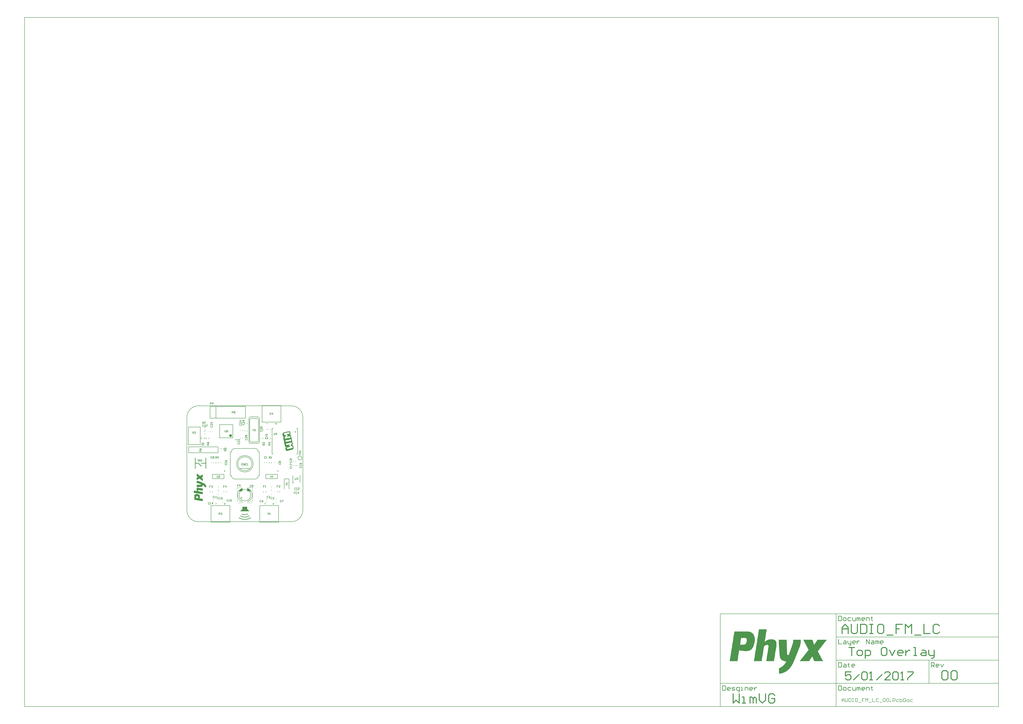
<source format=gto>
G04 Layer_Color=65535*
%FSLAX25Y25*%
%MOIN*%
G70*
G01*
G75*
%ADD12C,0.01575*%
%ADD27C,0.00787*%
%ADD33C,0.00591*%
%ADD34C,0.00984*%
%ADD49C,0.01000*%
%ADD50C,0.02362*%
%ADD51C,0.00394*%
%ADD52R,0.07874X0.03937*%
G36*
X175422Y152523D02*
X175710Y151168D01*
X175998Y149813D01*
X176277Y148501D01*
X174922Y148213D01*
X175210Y146858D01*
X176565Y147146D01*
X176853Y145791D01*
X177141Y144437D01*
X177426Y143096D01*
X177714Y141741D01*
X177999Y140401D01*
X178287Y139046D01*
X178575Y137691D01*
X178854Y136379D01*
X177499Y136091D01*
X177502Y136077D01*
X178857Y136365D01*
X179142Y135024D01*
X179430Y133669D01*
X179718Y132315D01*
X179997Y131002D01*
X178642Y130714D01*
X178930Y129360D01*
X180285Y129648D01*
X180573Y128293D01*
X180861Y126938D01*
X181146Y125597D01*
X181433Y124243D01*
X180079Y123955D01*
X180361Y122628D01*
X179034Y122346D01*
X177680Y122058D01*
X176325Y121770D01*
X174984Y121485D01*
X173629Y121197D01*
X172274Y120910D01*
X170948Y120628D01*
X169622Y120346D01*
X168296Y120064D01*
X168014Y121390D01*
X167726Y122745D01*
X167441Y124085D01*
X167153Y125440D01*
X168479Y125722D01*
X168191Y127077D01*
X166865Y126795D01*
X166577Y128150D01*
X166298Y129462D01*
X166010Y130817D01*
X165722Y132172D01*
X165434Y133527D01*
X165155Y134839D01*
X164867Y136193D01*
X164579Y137548D01*
X165905Y137830D01*
X165902Y137844D01*
X164576Y137563D01*
X164294Y138889D01*
X164006Y140244D01*
X163721Y141584D01*
X163433Y142939D01*
X164760Y143221D01*
X164471Y144576D01*
X163145Y144294D01*
X162857Y145649D01*
X162578Y146961D01*
X162290Y148316D01*
X162002Y149670D01*
X163329Y149952D01*
X163044Y151293D01*
X164370Y151575D01*
X165696Y151857D01*
X167051Y152145D01*
X168406Y152433D01*
X169747Y152718D01*
X171101Y153006D01*
X172456Y153294D01*
X173783Y153576D01*
X175137Y153864D01*
X175422Y152523D01*
D02*
G37*
G36*
X16665Y81986D02*
X16747D01*
Y81904D01*
X16910D01*
Y81823D01*
X16992D01*
Y81741D01*
X17074D01*
Y81659D01*
X17237D01*
Y81577D01*
X17319D01*
Y81495D01*
X17401D01*
Y81414D01*
X17482D01*
Y81332D01*
X17646D01*
Y81250D01*
X17728D01*
Y81169D01*
X17809D01*
Y81087D01*
X17973D01*
Y81005D01*
X18055D01*
Y80923D01*
X18136D01*
Y80841D01*
X18218D01*
Y80760D01*
X18382D01*
Y80678D01*
X18463D01*
Y80596D01*
X18545D01*
Y80515D01*
X18709D01*
Y80433D01*
X18790D01*
Y80351D01*
X18872D01*
Y80269D01*
X19036D01*
Y80187D01*
X19117D01*
Y80106D01*
X19199D01*
Y80024D01*
X19281D01*
Y79942D01*
X19444D01*
Y79861D01*
X19526D01*
Y79779D01*
X19608D01*
Y79697D01*
X19771D01*
Y79615D01*
X19853D01*
Y79534D01*
X19935D01*
Y79452D01*
X20098D01*
Y79370D01*
X20180D01*
Y79288D01*
X20262D01*
Y79207D01*
X20344D01*
Y79125D01*
X20507D01*
Y79043D01*
X20589D01*
Y78961D01*
X20671D01*
Y78879D01*
X20834D01*
Y78798D01*
X20916D01*
Y78716D01*
X20998D01*
Y78634D01*
X21161D01*
Y78553D01*
X21243D01*
Y78471D01*
X21325D01*
Y78389D01*
X21406D01*
Y78307D01*
X21570D01*
Y78225D01*
X21652D01*
Y78144D01*
X21733D01*
Y78062D01*
X21897D01*
Y77980D01*
X21979D01*
Y77899D01*
X22060D01*
Y77817D01*
X22142D01*
Y77735D01*
X22306D01*
Y77817D01*
X22469D01*
Y77899D01*
X22633D01*
Y77980D01*
X22714D01*
Y78062D01*
X22878D01*
Y78144D01*
X23041D01*
Y78225D01*
X23205D01*
Y78307D01*
X23368D01*
Y78389D01*
X23532D01*
Y78471D01*
X23695D01*
Y78553D01*
X23859D01*
Y78634D01*
X24022D01*
Y78716D01*
X24104D01*
Y78798D01*
X24268D01*
Y78879D01*
X24431D01*
Y78961D01*
X24595D01*
Y79043D01*
X24758D01*
Y79125D01*
X24922D01*
Y79207D01*
X25085D01*
Y79288D01*
X25249D01*
Y79370D01*
X25330D01*
Y79452D01*
X25494D01*
Y79534D01*
X25657D01*
Y79615D01*
X25821D01*
Y79697D01*
X25984D01*
Y79779D01*
X26148D01*
Y79861D01*
X26311D01*
Y79942D01*
X26475D01*
Y80024D01*
X26557D01*
Y80106D01*
X26720D01*
Y80187D01*
X26884D01*
Y80269D01*
X26965D01*
Y75937D01*
X26884D01*
Y75855D01*
X26638D01*
Y75773D01*
X26393D01*
Y75691D01*
X26230D01*
Y75610D01*
X25984D01*
Y75528D01*
X25739D01*
Y75446D01*
X25576D01*
Y75364D01*
X25330D01*
Y75283D01*
X25085D01*
Y75201D01*
X24840D01*
Y75119D01*
X24758D01*
Y74956D01*
X24922D01*
Y74874D01*
X25003D01*
Y74792D01*
X25167D01*
Y74710D01*
X25249D01*
Y74629D01*
X25412D01*
Y74547D01*
X25494D01*
Y74465D01*
X25657D01*
Y74383D01*
X25739D01*
Y74302D01*
X25821D01*
Y74220D01*
X25984D01*
Y74138D01*
X26066D01*
Y74056D01*
X26230D01*
Y73975D01*
X26311D01*
Y73893D01*
X26475D01*
Y73811D01*
X26557D01*
Y73729D01*
X26720D01*
Y73648D01*
X26802D01*
Y73566D01*
X26965D01*
Y68988D01*
X26884D01*
Y69070D01*
X26802D01*
Y69151D01*
X26720D01*
Y69233D01*
X26638D01*
Y69315D01*
X26475D01*
Y69397D01*
X26393D01*
Y69478D01*
X26311D01*
Y69560D01*
X26230D01*
Y69642D01*
X26066D01*
Y69724D01*
X25984D01*
Y69805D01*
X25903D01*
Y69887D01*
X25739D01*
Y69969D01*
X25657D01*
Y70051D01*
X25576D01*
Y70132D01*
X25494D01*
Y70214D01*
X25330D01*
Y70296D01*
X25249D01*
Y70378D01*
X25167D01*
Y70459D01*
X25085D01*
Y70541D01*
X24922D01*
Y70623D01*
X24840D01*
Y70705D01*
X24758D01*
Y70786D01*
X24595D01*
Y70868D01*
X24513D01*
Y70950D01*
X24431D01*
Y71032D01*
X24349D01*
Y71113D01*
X24186D01*
Y71195D01*
X24104D01*
Y71277D01*
X24022D01*
Y71359D01*
X23859D01*
Y71440D01*
X23777D01*
Y71522D01*
X23695D01*
Y71604D01*
X23614D01*
Y71686D01*
X23450D01*
Y71767D01*
X23368D01*
Y71849D01*
X23287D01*
Y71931D01*
X23123D01*
Y72013D01*
X23041D01*
Y72094D01*
X22960D01*
Y72176D01*
X22878D01*
Y72258D01*
X22714D01*
Y72340D01*
X22633D01*
Y72421D01*
X22551D01*
Y72503D01*
X22469D01*
Y72585D01*
X22306D01*
Y72667D01*
X22224D01*
Y72748D01*
X22142D01*
Y72830D01*
X21979D01*
Y72912D01*
X21897D01*
Y72994D01*
X21815D01*
Y73075D01*
X21733D01*
Y73157D01*
X21570D01*
Y73239D01*
X21325D01*
Y73157D01*
X21243D01*
Y73075D01*
X21079D01*
Y72994D01*
X20916D01*
Y72912D01*
X20752D01*
Y72830D01*
X20589D01*
Y72748D01*
X20425D01*
Y72667D01*
X20262D01*
Y72585D01*
X20180D01*
Y72503D01*
X20017D01*
Y72421D01*
X19853D01*
Y72340D01*
X19690D01*
Y72258D01*
X19526D01*
Y72176D01*
X19363D01*
Y72094D01*
X19199D01*
Y72013D01*
X19117D01*
Y71931D01*
X18954D01*
Y71849D01*
X18790D01*
Y71767D01*
X18627D01*
Y71686D01*
X18463D01*
Y71604D01*
X18300D01*
Y71522D01*
X18136D01*
Y71440D01*
X17973D01*
Y71359D01*
X17891D01*
Y71277D01*
X17728D01*
Y71195D01*
X17564D01*
Y71113D01*
X17401D01*
Y71032D01*
X17237D01*
Y70950D01*
X17074D01*
Y70868D01*
X16910D01*
Y70786D01*
X16828D01*
Y70705D01*
X16665D01*
Y70623D01*
X16583D01*
Y75119D01*
X16665D01*
Y75201D01*
X16910D01*
Y75283D01*
X17155D01*
Y75364D01*
X17401D01*
Y75446D01*
X17646D01*
Y75528D01*
X17891D01*
Y75610D01*
X18136D01*
Y75691D01*
X18382D01*
Y75773D01*
X18627D01*
Y75855D01*
X18954D01*
Y76018D01*
X18872D01*
Y76100D01*
X18790D01*
Y76182D01*
X18627D01*
Y76264D01*
X18545D01*
Y76345D01*
X18382D01*
Y76427D01*
X18300D01*
Y76509D01*
X18136D01*
Y76591D01*
X18055D01*
Y76672D01*
X17891D01*
Y76754D01*
X17809D01*
Y76836D01*
X17646D01*
Y76918D01*
X17564D01*
Y76999D01*
X17401D01*
Y77081D01*
X17319D01*
Y77163D01*
X17155D01*
Y77245D01*
X17074D01*
Y77326D01*
X16910D01*
Y77408D01*
X16828D01*
Y77490D01*
X16665D01*
Y77571D01*
X16583D01*
Y82068D01*
X16665D01*
Y81986D01*
D02*
G37*
G36*
X18300Y69397D02*
X18709D01*
Y69315D01*
X19036D01*
Y69233D01*
X19363D01*
Y69151D01*
X19608D01*
Y69070D01*
X19853D01*
Y68988D01*
X20098D01*
Y68906D01*
X20344D01*
Y68824D01*
X20507D01*
Y68743D01*
X20671D01*
Y68661D01*
X20916D01*
Y68579D01*
X21079D01*
Y68497D01*
X21325D01*
Y68416D01*
X21488D01*
Y68334D01*
X21733D01*
Y68252D01*
X21897D01*
Y68170D01*
X22142D01*
Y68089D01*
X22306D01*
Y68007D01*
X22551D01*
Y67925D01*
X22714D01*
Y67843D01*
X22960D01*
Y67762D01*
X23123D01*
Y67680D01*
X23368D01*
Y67598D01*
X23532D01*
Y67516D01*
X23777D01*
Y67435D01*
X23941D01*
Y67353D01*
X24186D01*
Y67271D01*
X24349D01*
Y67189D01*
X24595D01*
Y67108D01*
X24758D01*
Y67026D01*
X25003D01*
Y66944D01*
X25167D01*
Y66862D01*
X25412D01*
Y66781D01*
X25576D01*
Y66699D01*
X25821D01*
Y66617D01*
X25984D01*
Y66535D01*
X26230D01*
Y66454D01*
X26393D01*
Y66372D01*
X26638D01*
Y66290D01*
X26802D01*
Y66208D01*
X27047D01*
Y66127D01*
X27211D01*
Y66045D01*
X27374D01*
Y65963D01*
X27538D01*
Y65882D01*
X27783D01*
Y65800D01*
X27865D01*
Y65718D01*
X28110D01*
Y65636D01*
X28192D01*
Y65554D01*
X28355D01*
Y65473D01*
X28519D01*
Y65391D01*
X28682D01*
Y65309D01*
X28845D01*
Y65228D01*
X28927D01*
Y65146D01*
X29091D01*
Y65064D01*
X29254D01*
Y64982D01*
X29336D01*
Y64900D01*
X29418D01*
Y64819D01*
X29581D01*
Y64737D01*
X29663D01*
Y64655D01*
X29827D01*
Y64574D01*
X29908D01*
Y64492D01*
X29990D01*
Y64410D01*
X30154D01*
Y64328D01*
X30235D01*
Y64246D01*
X30317D01*
Y64165D01*
X30399D01*
Y64083D01*
X30480D01*
Y64001D01*
X30644D01*
Y63920D01*
X30726D01*
Y63838D01*
X30808D01*
Y63756D01*
X30889D01*
Y63674D01*
X30971D01*
Y63592D01*
X31053D01*
Y63511D01*
X31134D01*
Y63429D01*
X31216D01*
Y63265D01*
X31298D01*
Y63184D01*
X31380D01*
Y63102D01*
X31461D01*
Y63020D01*
X31543D01*
Y62938D01*
X31625D01*
Y62775D01*
X31707D01*
Y62693D01*
X31788D01*
Y62530D01*
X31870D01*
Y62448D01*
X31952D01*
Y62284D01*
X32034D01*
Y62203D01*
X32115D01*
Y62039D01*
X32197D01*
Y61876D01*
X32279D01*
Y61712D01*
X32361D01*
Y61549D01*
X32442D01*
Y61385D01*
X32524D01*
Y61140D01*
X32606D01*
Y60976D01*
X32688D01*
Y60731D01*
X32769D01*
Y60404D01*
X32851D01*
Y60077D01*
X32933D01*
Y59587D01*
X33015D01*
Y59014D01*
X33096D01*
Y58933D01*
X30399D01*
Y59096D01*
X30317D01*
Y59260D01*
X30235D01*
Y59423D01*
X30154D01*
Y59587D01*
X30072D01*
Y59750D01*
X29990D01*
Y59914D01*
X29908D01*
Y59996D01*
X29827D01*
Y60159D01*
X29745D01*
Y60241D01*
X29663D01*
Y60404D01*
X29581D01*
Y60486D01*
X29500D01*
Y60568D01*
X29418D01*
Y60731D01*
X29336D01*
Y60813D01*
X29254D01*
Y60895D01*
X29173D01*
Y60976D01*
X29091D01*
Y61058D01*
X29009D01*
Y61140D01*
X28927D01*
Y61222D01*
X28845D01*
Y61304D01*
X28764D01*
Y61385D01*
X28682D01*
Y61467D01*
X28600D01*
Y61549D01*
X28519D01*
Y61630D01*
X28355D01*
Y61712D01*
X28273D01*
Y61794D01*
X28192D01*
Y61876D01*
X28028D01*
Y61958D01*
X27946D01*
Y62039D01*
X27783D01*
Y62121D01*
X27619D01*
Y62203D01*
X27538D01*
Y62284D01*
X27374D01*
Y62366D01*
X27211D01*
Y62448D01*
X27047D01*
Y61958D01*
X26965D01*
Y61385D01*
X26884D01*
Y61058D01*
X26802D01*
Y60895D01*
X26720D01*
Y60650D01*
X26638D01*
Y60486D01*
X26557D01*
Y60404D01*
X26475D01*
Y60241D01*
X26393D01*
Y60159D01*
X26311D01*
Y60077D01*
X26230D01*
Y59996D01*
X26148D01*
Y59914D01*
X26066D01*
Y59832D01*
X25903D01*
Y59750D01*
X25821D01*
Y59668D01*
X25657D01*
Y59587D01*
X25494D01*
Y59505D01*
X25330D01*
Y59423D01*
X25085D01*
Y59342D01*
X24758D01*
Y59260D01*
X24186D01*
Y59178D01*
X22960D01*
Y59096D01*
X21733D01*
Y59014D01*
X20425D01*
Y58933D01*
X19117D01*
Y58851D01*
X17973D01*
Y58769D01*
X16665D01*
Y58688D01*
X16583D01*
Y62612D01*
X17728D01*
Y62693D01*
X21079D01*
Y62775D01*
X21161D01*
Y62693D01*
X21325D01*
Y62775D01*
X23450D01*
Y62857D01*
X23695D01*
Y62938D01*
X23777D01*
Y63020D01*
X23859D01*
Y63102D01*
X23941D01*
Y63347D01*
X24022D01*
Y63592D01*
X23941D01*
Y63674D01*
X23695D01*
Y63756D01*
X23532D01*
Y63838D01*
X23287D01*
Y63920D01*
X23041D01*
Y64001D01*
X22796D01*
Y64083D01*
X22551D01*
Y64165D01*
X22387D01*
Y64246D01*
X22142D01*
Y64328D01*
X21897D01*
Y64410D01*
X21652D01*
Y64492D01*
X21488D01*
Y64574D01*
X21243D01*
Y64655D01*
X20998D01*
Y64737D01*
X20752D01*
Y64819D01*
X20589D01*
Y64900D01*
X20344D01*
Y64982D01*
X20098D01*
Y65064D01*
X19853D01*
Y65146D01*
X19690D01*
Y65228D01*
X19444D01*
Y65309D01*
X19199D01*
Y65391D01*
X18954D01*
Y65473D01*
X18627D01*
Y65554D01*
X18300D01*
Y65636D01*
X17891D01*
Y65718D01*
X17401D01*
Y65800D01*
X16583D01*
Y69478D01*
X18300D01*
Y69397D01*
D02*
G37*
G36*
X19526Y57625D02*
X20098D01*
Y57543D01*
X20671D01*
Y57461D01*
X21161D01*
Y57380D01*
X21652D01*
Y57298D01*
X22142D01*
Y57216D01*
X22714D01*
Y57134D01*
X23205D01*
Y57053D01*
X23695D01*
Y56971D01*
X24268D01*
Y56889D01*
X24758D01*
Y56807D01*
X25249D01*
Y56726D01*
X25739D01*
Y56644D01*
X26311D01*
Y56562D01*
X26802D01*
Y56480D01*
X26965D01*
Y52720D01*
X26802D01*
Y52802D01*
X26311D01*
Y52883D01*
X25739D01*
Y52965D01*
X25249D01*
Y53047D01*
X24758D01*
Y53129D01*
X24186D01*
Y53210D01*
X23695D01*
Y53292D01*
X23123D01*
Y53374D01*
X22633D01*
Y53456D01*
X22142D01*
Y53537D01*
X21652D01*
Y53619D01*
X21079D01*
Y53701D01*
X20589D01*
Y53783D01*
X20017D01*
Y53864D01*
X19526D01*
Y53783D01*
X19363D01*
Y53701D01*
X19281D01*
Y53619D01*
X19199D01*
Y53456D01*
X19117D01*
Y52965D01*
X19199D01*
Y52556D01*
X19281D01*
Y52311D01*
X19363D01*
Y52148D01*
X19444D01*
Y52066D01*
X19526D01*
Y51902D01*
X19608D01*
Y51821D01*
X19690D01*
Y51739D01*
X19853D01*
Y51657D01*
X20098D01*
Y51575D01*
X20589D01*
Y51494D01*
X21161D01*
Y51412D01*
X21652D01*
Y51330D01*
X22142D01*
Y51248D01*
X22633D01*
Y51167D01*
X23205D01*
Y51085D01*
X23695D01*
Y51003D01*
X24186D01*
Y50921D01*
X24758D01*
Y50840D01*
X25249D01*
Y50758D01*
X25739D01*
Y50676D01*
X26230D01*
Y50594D01*
X26802D01*
Y50513D01*
X26965D01*
Y46752D01*
X26802D01*
Y46834D01*
X26230D01*
Y46916D01*
X25739D01*
Y46997D01*
X25249D01*
Y47079D01*
X24676D01*
Y47161D01*
X24186D01*
Y47243D01*
X23695D01*
Y47324D01*
X23205D01*
Y47406D01*
X22633D01*
Y47488D01*
X22142D01*
Y47570D01*
X21652D01*
Y47651D01*
X21079D01*
Y47733D01*
X20589D01*
Y47815D01*
X20098D01*
Y47897D01*
X19608D01*
Y47978D01*
X19036D01*
Y48060D01*
X18545D01*
Y48142D01*
X18055D01*
Y48224D01*
X17564D01*
Y48305D01*
X16992D01*
Y48387D01*
X16501D01*
Y48469D01*
X16011D01*
Y48551D01*
X15439D01*
Y48632D01*
X14948D01*
Y48714D01*
X14458D01*
Y48796D01*
X13967D01*
Y48878D01*
X13395D01*
Y48959D01*
X12904D01*
Y49041D01*
X12414D01*
Y49123D01*
X11842D01*
Y49205D01*
X11596D01*
Y52965D01*
X11760D01*
Y52883D01*
X12250D01*
Y52802D01*
X12741D01*
Y52720D01*
X13313D01*
Y52638D01*
X13804D01*
Y52556D01*
X14294D01*
Y52475D01*
X14866D01*
Y52393D01*
X15357D01*
Y52311D01*
X15847D01*
Y52229D01*
X16338D01*
Y52148D01*
X16910D01*
Y52066D01*
X17401D01*
Y51984D01*
X17564D01*
Y52148D01*
X17482D01*
Y52229D01*
X17401D01*
Y52311D01*
X17319D01*
Y52475D01*
X17237D01*
Y52556D01*
X17155D01*
Y52638D01*
X17074D01*
Y52802D01*
X16992D01*
Y52965D01*
X16910D01*
Y53047D01*
X16828D01*
Y53210D01*
X16747D01*
Y53456D01*
X16665D01*
Y53619D01*
X16583D01*
Y53864D01*
X16501D01*
Y54273D01*
X16420D01*
Y56072D01*
X16501D01*
Y56399D01*
X16583D01*
Y56644D01*
X16665D01*
Y56807D01*
X16747D01*
Y56889D01*
X16828D01*
Y57053D01*
X16910D01*
Y57134D01*
X16992D01*
Y57216D01*
X17074D01*
Y57298D01*
X17155D01*
Y57380D01*
X17319D01*
Y57461D01*
X17482D01*
Y57543D01*
X17728D01*
Y57625D01*
X18055D01*
Y57706D01*
X19526D01*
Y57625D01*
D02*
G37*
G36*
X103471Y56941D02*
X104163Y56654D01*
X104786Y56238D01*
X105051Y55973D01*
X109055Y51968D01*
X102362D01*
Y57087D01*
X102737D01*
X103471Y56941D01*
D02*
G37*
G36*
X94488Y51968D02*
X87795D01*
X91800Y55973D01*
X92065Y56238D01*
X92687Y56654D01*
X93379Y56941D01*
X94114Y57087D01*
X94488D01*
Y51968D01*
D02*
G37*
G36*
X17319Y47079D02*
X17891D01*
Y46997D01*
X18300D01*
Y46916D01*
X18709D01*
Y46834D01*
X18954D01*
Y46752D01*
X19281D01*
Y46670D01*
X19526D01*
Y46589D01*
X19690D01*
Y46507D01*
X19935D01*
Y46425D01*
X20098D01*
Y46343D01*
X20262D01*
Y46262D01*
X20425D01*
Y46180D01*
X20507D01*
Y46098D01*
X20671D01*
Y46016D01*
X20752D01*
Y45935D01*
X20834D01*
Y45853D01*
X20998D01*
Y45771D01*
X21079D01*
Y45689D01*
X21161D01*
Y45608D01*
X21243D01*
Y45526D01*
X21325D01*
Y45444D01*
X21406D01*
Y45281D01*
X21488D01*
Y45199D01*
X21570D01*
Y45035D01*
X21652D01*
Y44954D01*
X21733D01*
Y44790D01*
X21815D01*
Y44545D01*
X21897D01*
Y44300D01*
X21979D01*
Y44054D01*
X22060D01*
Y43564D01*
X22142D01*
Y42092D01*
X22060D01*
Y41357D01*
X21979D01*
Y40784D01*
X21897D01*
Y40376D01*
X21815D01*
Y39967D01*
X21733D01*
Y39558D01*
X22306D01*
Y39476D01*
X22796D01*
Y39395D01*
X23287D01*
Y39313D01*
X23859D01*
Y39231D01*
X24349D01*
Y39149D01*
X24840D01*
Y39068D01*
X25412D01*
Y38986D01*
X25903D01*
Y38904D01*
X26393D01*
Y38822D01*
X26965D01*
Y34980D01*
X26884D01*
Y35062D01*
X26475D01*
Y35144D01*
X25903D01*
Y35225D01*
X25412D01*
Y35307D01*
X24922D01*
Y35389D01*
X24349D01*
Y35471D01*
X23859D01*
Y35552D01*
X23368D01*
Y35634D01*
X22878D01*
Y35716D01*
X22306D01*
Y35798D01*
X21815D01*
Y35879D01*
X21325D01*
Y35961D01*
X20834D01*
Y36043D01*
X20262D01*
Y36125D01*
X19771D01*
Y36206D01*
X19281D01*
Y36288D01*
X18709D01*
Y36370D01*
X18218D01*
Y36452D01*
X17728D01*
Y36533D01*
X17237D01*
Y36615D01*
X16665D01*
Y36697D01*
X16174D01*
Y36779D01*
X15684D01*
Y36860D01*
X15112D01*
Y36942D01*
X14621D01*
Y37024D01*
X14131D01*
Y37106D01*
X13558D01*
Y37187D01*
X13068D01*
Y37269D01*
X12577D01*
Y44054D01*
X12659D01*
Y44545D01*
X12741D01*
Y44790D01*
X12823D01*
Y45035D01*
X12904D01*
Y45281D01*
X12986D01*
Y45444D01*
X13068D01*
Y45526D01*
X13150D01*
Y45689D01*
X13231D01*
Y45771D01*
X13313D01*
Y45935D01*
X13395D01*
Y46016D01*
X13477D01*
Y46098D01*
X13558D01*
Y46180D01*
X13640D01*
Y46262D01*
X13722D01*
Y46343D01*
X13804D01*
Y46425D01*
X13967D01*
Y46507D01*
X14049D01*
Y46589D01*
X14212D01*
Y46670D01*
X14294D01*
Y46752D01*
X14458D01*
Y46834D01*
X14703D01*
Y46916D01*
X14948D01*
Y46997D01*
X15275D01*
Y47079D01*
X15684D01*
Y47161D01*
X17319D01*
Y47079D01*
D02*
G37*
G36*
X106299Y17717D02*
X90551Y17717D01*
X94488Y21654D01*
X102362D01*
X106299Y17717D01*
D02*
G37*
G36*
X1086432Y-200414D02*
X1086145D01*
Y-200700D01*
X1085859D01*
Y-200987D01*
Y-201273D01*
X1085573D01*
Y-201559D01*
X1085286D01*
Y-201846D01*
X1085000D01*
Y-202132D01*
Y-202418D01*
X1084714D01*
Y-202704D01*
X1084427D01*
Y-202991D01*
X1084141D01*
Y-203277D01*
X1083855D01*
Y-203563D01*
Y-203850D01*
X1083568D01*
Y-204136D01*
X1083282D01*
Y-204422D01*
X1082996D01*
Y-204709D01*
Y-204995D01*
X1082710D01*
Y-205281D01*
X1082423D01*
Y-205568D01*
X1082137D01*
Y-205854D01*
X1081851D01*
Y-206140D01*
Y-206427D01*
X1081564D01*
Y-206713D01*
X1081278D01*
Y-206999D01*
X1080992D01*
Y-207285D01*
Y-207572D01*
X1080705D01*
Y-207858D01*
X1080419D01*
Y-208144D01*
X1080133D01*
Y-208431D01*
Y-208717D01*
X1079846D01*
Y-209003D01*
X1079560D01*
Y-209290D01*
X1079274D01*
Y-209576D01*
X1078988D01*
Y-209862D01*
Y-210149D01*
X1078701D01*
Y-210435D01*
X1078415D01*
Y-210721D01*
X1078129D01*
Y-211007D01*
Y-211294D01*
X1077842D01*
Y-211580D01*
X1077556D01*
Y-211866D01*
X1077270D01*
Y-212153D01*
Y-212439D01*
X1076983D01*
Y-212725D01*
X1076697D01*
Y-213012D01*
X1076411D01*
Y-213298D01*
X1076124D01*
Y-213584D01*
Y-213871D01*
X1075838D01*
Y-214157D01*
X1075552D01*
Y-214443D01*
X1075265D01*
Y-214730D01*
Y-215016D01*
X1074979D01*
Y-215302D01*
X1074693D01*
Y-215588D01*
X1074407D01*
Y-215875D01*
Y-216161D01*
X1074120D01*
Y-216447D01*
X1073834D01*
Y-216734D01*
X1073548D01*
Y-217020D01*
X1073261D01*
Y-217306D01*
Y-217593D01*
X1072975D01*
Y-217879D01*
X1072689D01*
Y-218165D01*
X1072402D01*
Y-218452D01*
Y-218738D01*
X1072116D01*
Y-219024D01*
X1071830D01*
Y-219311D01*
X1071543D01*
Y-219597D01*
X1071257D01*
Y-219883D01*
Y-220169D01*
X1071543D01*
Y-220456D01*
Y-220742D01*
X1071830D01*
Y-221028D01*
Y-221315D01*
X1072116D01*
Y-221601D01*
X1072402D01*
Y-221887D01*
Y-222174D01*
X1072689D01*
Y-222460D01*
Y-222746D01*
X1072975D01*
Y-223033D01*
Y-223319D01*
X1073261D01*
Y-223605D01*
Y-223892D01*
X1073548D01*
Y-224178D01*
Y-224464D01*
X1073834D01*
Y-224750D01*
Y-225037D01*
X1074120D01*
Y-225323D01*
Y-225609D01*
X1074407D01*
Y-225896D01*
Y-226182D01*
X1074693D01*
Y-226468D01*
X1074979D01*
Y-226755D01*
Y-227041D01*
X1075265D01*
Y-227327D01*
Y-227614D01*
X1075552D01*
Y-227900D01*
Y-228186D01*
X1075838D01*
Y-228473D01*
Y-228759D01*
X1076124D01*
Y-229045D01*
Y-229331D01*
X1076411D01*
Y-229618D01*
Y-229904D01*
X1076697D01*
Y-230190D01*
Y-230477D01*
X1076983D01*
Y-230763D01*
X1077270D01*
Y-231049D01*
Y-231336D01*
X1077556D01*
Y-231622D01*
Y-231908D01*
X1077842D01*
Y-232195D01*
Y-232481D01*
X1078129D01*
Y-232767D01*
Y-233054D01*
X1078415D01*
Y-233340D01*
Y-233626D01*
X1078701D01*
Y-233912D01*
Y-234199D01*
X1078988D01*
Y-234485D01*
Y-234771D01*
X1079274D01*
Y-235058D01*
X1079560D01*
Y-235344D01*
Y-235630D01*
X1079846D01*
Y-235917D01*
Y-236203D01*
X1080133D01*
Y-236489D01*
X1064958D01*
Y-236203D01*
X1064672D01*
Y-235917D01*
Y-235630D01*
Y-235344D01*
X1064386D01*
Y-235058D01*
Y-234771D01*
Y-234485D01*
X1064099D01*
Y-234199D01*
Y-233912D01*
X1063813D01*
Y-233626D01*
Y-233340D01*
Y-233054D01*
X1063527D01*
Y-232767D01*
Y-232481D01*
Y-232195D01*
X1063240D01*
Y-231908D01*
Y-231622D01*
X1062954D01*
Y-231336D01*
Y-231049D01*
Y-230763D01*
X1062668D01*
Y-230477D01*
Y-230190D01*
Y-229904D01*
X1062381D01*
Y-229618D01*
Y-229331D01*
Y-229045D01*
X1062095D01*
Y-228759D01*
X1061522D01*
Y-229045D01*
Y-229331D01*
X1061236D01*
Y-229618D01*
X1060950D01*
Y-229904D01*
Y-230190D01*
X1060664D01*
Y-230477D01*
X1060377D01*
Y-230763D01*
Y-231049D01*
X1060091D01*
Y-231336D01*
X1059805D01*
Y-231622D01*
Y-231908D01*
X1059518D01*
Y-232195D01*
X1059232D01*
Y-232481D01*
X1058946D01*
Y-232767D01*
Y-233054D01*
X1058659D01*
Y-233340D01*
X1058373D01*
Y-233626D01*
Y-233912D01*
X1058087D01*
Y-234199D01*
X1057800D01*
Y-234485D01*
Y-234771D01*
X1057514D01*
Y-235058D01*
X1057228D01*
Y-235344D01*
Y-235630D01*
X1056941D01*
Y-235917D01*
X1056655D01*
Y-236203D01*
Y-236489D01*
X1040622D01*
Y-236203D01*
X1040908D01*
Y-235917D01*
X1041194D01*
Y-235630D01*
X1041481D01*
Y-235344D01*
X1041767D01*
Y-235058D01*
Y-234771D01*
X1042053D01*
Y-234485D01*
X1042340D01*
Y-234199D01*
X1042626D01*
Y-233912D01*
X1042912D01*
Y-233626D01*
Y-233340D01*
X1043198D01*
Y-233054D01*
X1043485D01*
Y-232767D01*
X1043771D01*
Y-232481D01*
Y-232195D01*
X1044057D01*
Y-231908D01*
X1044344D01*
Y-231622D01*
X1044630D01*
Y-231336D01*
X1044916D01*
Y-231049D01*
Y-230763D01*
X1045203D01*
Y-230477D01*
X1045489D01*
Y-230190D01*
X1045775D01*
Y-229904D01*
X1046062D01*
Y-229618D01*
Y-229331D01*
X1046348D01*
Y-229045D01*
X1046634D01*
Y-228759D01*
X1046920D01*
Y-228473D01*
Y-228186D01*
X1047207D01*
Y-227900D01*
X1047493D01*
Y-227614D01*
X1047779D01*
Y-227327D01*
X1048066D01*
Y-227041D01*
Y-226755D01*
X1048352D01*
Y-226468D01*
X1048638D01*
Y-226182D01*
X1048925D01*
Y-225896D01*
Y-225609D01*
X1049211D01*
Y-225323D01*
X1049497D01*
Y-225037D01*
X1049784D01*
Y-224750D01*
X1050070D01*
Y-224464D01*
Y-224178D01*
X1050356D01*
Y-223892D01*
X1050642D01*
Y-223605D01*
X1050929D01*
Y-223319D01*
Y-223033D01*
X1051215D01*
Y-222746D01*
X1051501D01*
Y-222460D01*
X1051788D01*
Y-222174D01*
X1052074D01*
Y-221887D01*
Y-221601D01*
X1052360D01*
Y-221315D01*
X1052647D01*
Y-221028D01*
X1052933D01*
Y-220742D01*
X1053219D01*
Y-220456D01*
Y-220169D01*
X1053506D01*
Y-219883D01*
X1053792D01*
Y-219597D01*
X1054078D01*
Y-219311D01*
Y-219024D01*
X1054365D01*
Y-218738D01*
X1054651D01*
Y-218452D01*
X1054937D01*
Y-218165D01*
X1055223D01*
Y-217879D01*
Y-217593D01*
X1055510D01*
Y-217306D01*
Y-217020D01*
Y-216734D01*
X1055223D01*
Y-216447D01*
X1054937D01*
Y-216161D01*
Y-215875D01*
X1054651D01*
Y-215588D01*
Y-215302D01*
X1054365D01*
Y-215016D01*
Y-214730D01*
X1054078D01*
Y-214443D01*
Y-214157D01*
X1053792D01*
Y-213871D01*
Y-213584D01*
X1053506D01*
Y-213298D01*
Y-213012D01*
X1053219D01*
Y-212725D01*
X1052933D01*
Y-212439D01*
Y-212153D01*
X1052647D01*
Y-211866D01*
Y-211580D01*
X1052360D01*
Y-211294D01*
Y-211007D01*
X1052074D01*
Y-210721D01*
Y-210435D01*
X1051788D01*
Y-210149D01*
Y-209862D01*
X1051501D01*
Y-209576D01*
Y-209290D01*
X1051215D01*
Y-209003D01*
X1050929D01*
Y-208717D01*
Y-208431D01*
X1050642D01*
Y-208144D01*
Y-207858D01*
X1050356D01*
Y-207572D01*
Y-207285D01*
X1050070D01*
Y-206999D01*
Y-206713D01*
X1049784D01*
Y-206427D01*
Y-206140D01*
X1049497D01*
Y-205854D01*
Y-205568D01*
X1049211D01*
Y-205281D01*
Y-204995D01*
X1048925D01*
Y-204709D01*
X1048638D01*
Y-204422D01*
Y-204136D01*
X1048352D01*
Y-203850D01*
Y-203563D01*
X1048066D01*
Y-203277D01*
Y-202991D01*
X1047779D01*
Y-202704D01*
Y-202418D01*
X1047493D01*
Y-202132D01*
Y-201846D01*
X1047207D01*
Y-201559D01*
Y-201273D01*
X1046920D01*
Y-200987D01*
X1046634D01*
Y-200700D01*
Y-200414D01*
X1046348D01*
Y-200128D01*
X1062095D01*
Y-200414D01*
X1062381D01*
Y-200700D01*
Y-200987D01*
Y-201273D01*
X1062668D01*
Y-201559D01*
Y-201846D01*
Y-202132D01*
X1062954D01*
Y-202418D01*
Y-202704D01*
Y-202991D01*
X1063240D01*
Y-203277D01*
Y-203563D01*
Y-203850D01*
X1063527D01*
Y-204136D01*
Y-204422D01*
Y-204709D01*
X1063813D01*
Y-204995D01*
Y-205281D01*
Y-205568D01*
X1064099D01*
Y-205854D01*
Y-206140D01*
Y-206427D01*
X1064386D01*
Y-206713D01*
Y-206999D01*
Y-207285D01*
X1064672D01*
Y-207572D01*
Y-207858D01*
Y-208144D01*
Y-208431D01*
X1065244D01*
Y-208144D01*
X1065531D01*
Y-207858D01*
X1065817D01*
Y-207572D01*
Y-207285D01*
X1066103D01*
Y-206999D01*
X1066390D01*
Y-206713D01*
Y-206427D01*
X1066676D01*
Y-206140D01*
X1066962D01*
Y-205854D01*
Y-205568D01*
X1067249D01*
Y-205281D01*
X1067535D01*
Y-204995D01*
Y-204709D01*
X1067821D01*
Y-204422D01*
X1068108D01*
Y-204136D01*
Y-203850D01*
X1068394D01*
Y-203563D01*
X1068680D01*
Y-203277D01*
Y-202991D01*
X1068966D01*
Y-202704D01*
X1069253D01*
Y-202418D01*
Y-202132D01*
X1069539D01*
Y-201846D01*
X1069825D01*
Y-201559D01*
Y-201273D01*
X1070112D01*
Y-200987D01*
X1070398D01*
Y-200700D01*
Y-200414D01*
X1070684D01*
Y-200128D01*
X1086432D01*
Y-200414D01*
D02*
G37*
G36*
X953296Y-186385D02*
X955014D01*
Y-186671D01*
X955873D01*
Y-186957D01*
X956732D01*
Y-187243D01*
X957591D01*
Y-187530D01*
X958164D01*
Y-187816D01*
X958450D01*
Y-188102D01*
X959022D01*
Y-188389D01*
X959309D01*
Y-188675D01*
X959881D01*
Y-188961D01*
X960168D01*
Y-189248D01*
X960454D01*
Y-189534D01*
X960740D01*
Y-189820D01*
X961027D01*
Y-190107D01*
X961313D01*
Y-190393D01*
X961599D01*
Y-190679D01*
Y-190966D01*
X961886D01*
Y-191252D01*
X962172D01*
Y-191538D01*
Y-191824D01*
X962458D01*
Y-192111D01*
X962745D01*
Y-192397D01*
Y-192683D01*
X963031D01*
Y-192970D01*
Y-193256D01*
Y-193542D01*
X963317D01*
Y-193829D01*
Y-194115D01*
Y-194401D01*
X963603D01*
Y-194688D01*
Y-194974D01*
Y-195260D01*
Y-195547D01*
X963890D01*
Y-195833D01*
Y-196119D01*
Y-196405D01*
Y-196692D01*
Y-196978D01*
X964176D01*
Y-197265D01*
Y-197551D01*
Y-197837D01*
Y-198123D01*
Y-198410D01*
Y-198696D01*
Y-198982D01*
Y-199269D01*
Y-199555D01*
Y-199841D01*
Y-200128D01*
Y-200414D01*
Y-200700D01*
Y-200987D01*
Y-201273D01*
Y-201559D01*
Y-201846D01*
Y-202132D01*
Y-202418D01*
Y-202704D01*
X963890D01*
Y-202991D01*
Y-203277D01*
Y-203563D01*
Y-203850D01*
Y-204136D01*
Y-204422D01*
Y-204709D01*
X963603D01*
Y-204995D01*
Y-205281D01*
Y-205568D01*
Y-205854D01*
Y-206140D01*
X963317D01*
Y-206427D01*
Y-206713D01*
Y-206999D01*
Y-207285D01*
Y-207572D01*
X963031D01*
Y-207858D01*
Y-208144D01*
Y-208431D01*
X962745D01*
Y-208717D01*
Y-209003D01*
Y-209290D01*
Y-209576D01*
X962458D01*
Y-209862D01*
Y-210149D01*
Y-210435D01*
X962172D01*
Y-210721D01*
Y-211007D01*
X961886D01*
Y-211294D01*
Y-211580D01*
Y-211866D01*
X961599D01*
Y-212153D01*
Y-212439D01*
X961313D01*
Y-212725D01*
Y-213012D01*
X961027D01*
Y-213298D01*
Y-213584D01*
X960740D01*
Y-213871D01*
X960454D01*
Y-214157D01*
Y-214443D01*
X960168D01*
Y-214730D01*
X959881D01*
Y-215016D01*
X959595D01*
Y-215302D01*
Y-215588D01*
X959309D01*
Y-215875D01*
X959022D01*
Y-216161D01*
X958736D01*
Y-216447D01*
X958450D01*
Y-216734D01*
X958164D01*
Y-217020D01*
X957591D01*
Y-217306D01*
X957304D01*
Y-217593D01*
X956732D01*
Y-217879D01*
X956446D01*
Y-218165D01*
X955873D01*
Y-218452D01*
X955014D01*
Y-218738D01*
X954155D01*
Y-219024D01*
X953296D01*
Y-219311D01*
X951578D01*
Y-219597D01*
X946425D01*
Y-219311D01*
X943848D01*
Y-219024D01*
X941844D01*
Y-218738D01*
X940412D01*
Y-218452D01*
X938980D01*
Y-218165D01*
X937549D01*
Y-218452D01*
Y-218738D01*
Y-219024D01*
Y-219311D01*
Y-219597D01*
Y-219883D01*
Y-220169D01*
X937263D01*
Y-220456D01*
Y-220742D01*
Y-221028D01*
Y-221315D01*
Y-221601D01*
Y-221887D01*
X936976D01*
Y-222174D01*
Y-222460D01*
Y-222746D01*
Y-223033D01*
Y-223319D01*
Y-223605D01*
X936690D01*
Y-223892D01*
Y-224178D01*
Y-224464D01*
Y-224750D01*
Y-225037D01*
Y-225323D01*
Y-225609D01*
X936404D01*
Y-225896D01*
Y-226182D01*
Y-226468D01*
Y-226755D01*
Y-227041D01*
Y-227327D01*
X936117D01*
Y-227614D01*
Y-227900D01*
Y-228186D01*
Y-228473D01*
Y-228759D01*
Y-229045D01*
X935831D01*
Y-229331D01*
Y-229618D01*
Y-229904D01*
Y-230190D01*
Y-230477D01*
Y-230763D01*
Y-231049D01*
X935545D01*
Y-231336D01*
Y-231622D01*
Y-231908D01*
Y-232195D01*
Y-232481D01*
Y-232767D01*
X935258D01*
Y-233054D01*
Y-233340D01*
Y-233626D01*
Y-233912D01*
Y-234199D01*
Y-234485D01*
X934972D01*
Y-234771D01*
Y-235058D01*
Y-235344D01*
Y-235630D01*
Y-235917D01*
Y-236203D01*
Y-236489D01*
X921515D01*
Y-236203D01*
X921802D01*
Y-235917D01*
Y-235630D01*
Y-235344D01*
Y-235058D01*
Y-234771D01*
X922088D01*
Y-234485D01*
Y-234199D01*
Y-233912D01*
Y-233626D01*
Y-233340D01*
Y-233054D01*
Y-232767D01*
X922374D01*
Y-232481D01*
Y-232195D01*
Y-231908D01*
Y-231622D01*
Y-231336D01*
Y-231049D01*
X922661D01*
Y-230763D01*
Y-230477D01*
Y-230190D01*
Y-229904D01*
Y-229618D01*
Y-229331D01*
X922947D01*
Y-229045D01*
Y-228759D01*
Y-228473D01*
Y-228186D01*
Y-227900D01*
Y-227614D01*
Y-227327D01*
X923233D01*
Y-227041D01*
Y-226755D01*
Y-226468D01*
Y-226182D01*
Y-225896D01*
Y-225609D01*
X923520D01*
Y-225323D01*
Y-225037D01*
Y-224750D01*
Y-224464D01*
Y-224178D01*
Y-223892D01*
X923806D01*
Y-223605D01*
Y-223319D01*
Y-223033D01*
Y-222746D01*
Y-222460D01*
Y-222174D01*
X924092D01*
Y-221887D01*
Y-221601D01*
Y-221315D01*
Y-221028D01*
Y-220742D01*
Y-220456D01*
Y-220169D01*
X924379D01*
Y-219883D01*
Y-219597D01*
Y-219311D01*
Y-219024D01*
Y-218738D01*
Y-218452D01*
X924665D01*
Y-218165D01*
Y-217879D01*
Y-217593D01*
Y-217306D01*
Y-217020D01*
Y-216734D01*
X924951D01*
Y-216447D01*
Y-216161D01*
Y-215875D01*
Y-215588D01*
Y-215302D01*
Y-215016D01*
X925237D01*
Y-214730D01*
Y-214443D01*
Y-214157D01*
Y-213871D01*
Y-213584D01*
Y-213298D01*
Y-213012D01*
X925524D01*
Y-212725D01*
Y-212439D01*
Y-212153D01*
Y-211866D01*
Y-211580D01*
Y-211294D01*
X925810D01*
Y-211007D01*
Y-210721D01*
Y-210435D01*
Y-210149D01*
Y-209862D01*
Y-209576D01*
X926096D01*
Y-209290D01*
Y-209003D01*
Y-208717D01*
Y-208431D01*
Y-208144D01*
Y-207858D01*
Y-207572D01*
X926383D01*
Y-207285D01*
Y-206999D01*
Y-206713D01*
Y-206427D01*
Y-206140D01*
Y-205854D01*
X926669D01*
Y-205568D01*
Y-205281D01*
Y-204995D01*
Y-204709D01*
Y-204422D01*
Y-204136D01*
X926955D01*
Y-203850D01*
Y-203563D01*
Y-203277D01*
Y-202991D01*
Y-202704D01*
Y-202418D01*
X927242D01*
Y-202132D01*
Y-201846D01*
Y-201559D01*
Y-201273D01*
Y-200987D01*
Y-200700D01*
Y-200414D01*
X927528D01*
Y-200128D01*
Y-199841D01*
Y-199555D01*
Y-199269D01*
Y-198982D01*
Y-198696D01*
X927814D01*
Y-198410D01*
Y-198123D01*
Y-197837D01*
Y-197551D01*
Y-197265D01*
Y-196978D01*
X928101D01*
Y-196692D01*
Y-196405D01*
Y-196119D01*
Y-195833D01*
Y-195547D01*
Y-195260D01*
Y-194974D01*
X928387D01*
Y-194688D01*
Y-194401D01*
Y-194115D01*
Y-193829D01*
Y-193542D01*
Y-193256D01*
X928673D01*
Y-192970D01*
Y-192683D01*
Y-192397D01*
Y-192111D01*
Y-191824D01*
Y-191538D01*
X928960D01*
Y-191252D01*
Y-190966D01*
Y-190679D01*
Y-190393D01*
Y-190107D01*
Y-189820D01*
Y-189534D01*
X929246D01*
Y-189248D01*
Y-188961D01*
Y-188675D01*
Y-188389D01*
Y-188102D01*
Y-187816D01*
X929532D01*
Y-187530D01*
Y-187243D01*
Y-186957D01*
Y-186671D01*
Y-186385D01*
Y-186098D01*
X953296D01*
Y-186385D01*
D02*
G37*
G36*
X1042340Y-200414D02*
Y-200700D01*
Y-200987D01*
Y-201273D01*
Y-201559D01*
Y-201846D01*
Y-202132D01*
Y-202418D01*
Y-202704D01*
Y-202991D01*
Y-203277D01*
Y-203563D01*
Y-203850D01*
Y-204136D01*
Y-204422D01*
Y-204709D01*
Y-204995D01*
Y-205281D01*
Y-205568D01*
Y-205854D01*
Y-206140D01*
X1042053D01*
Y-206427D01*
Y-206713D01*
Y-206999D01*
Y-207285D01*
Y-207572D01*
X1041767D01*
Y-207858D01*
Y-208144D01*
Y-208431D01*
Y-208717D01*
X1041481D01*
Y-209003D01*
Y-209290D01*
Y-209576D01*
Y-209862D01*
X1041194D01*
Y-210149D01*
Y-210435D01*
Y-210721D01*
X1040908D01*
Y-211007D01*
Y-211294D01*
Y-211580D01*
X1040622D01*
Y-211866D01*
Y-212153D01*
Y-212439D01*
X1040335D01*
Y-212725D01*
Y-213012D01*
Y-213298D01*
X1040049D01*
Y-213584D01*
Y-213871D01*
X1039763D01*
Y-214157D01*
Y-214443D01*
X1039476D01*
Y-214730D01*
Y-215016D01*
Y-215302D01*
X1039190D01*
Y-215588D01*
Y-215875D01*
X1038904D01*
Y-216161D01*
Y-216447D01*
Y-216734D01*
X1038617D01*
Y-217020D01*
Y-217306D01*
X1038331D01*
Y-217593D01*
Y-217879D01*
Y-218165D01*
X1038045D01*
Y-218452D01*
Y-218738D01*
X1037758D01*
Y-219024D01*
Y-219311D01*
Y-219597D01*
X1037472D01*
Y-219883D01*
Y-220169D01*
X1037186D01*
Y-220456D01*
Y-220742D01*
Y-221028D01*
X1036899D01*
Y-221315D01*
Y-221601D01*
X1036613D01*
Y-221887D01*
Y-222174D01*
Y-222460D01*
X1036327D01*
Y-222746D01*
Y-223033D01*
X1036041D01*
Y-223319D01*
Y-223605D01*
Y-223892D01*
X1035754D01*
Y-224178D01*
Y-224464D01*
X1035468D01*
Y-224750D01*
Y-225037D01*
Y-225323D01*
X1035182D01*
Y-225609D01*
Y-225896D01*
X1034895D01*
Y-226182D01*
Y-226468D01*
Y-226755D01*
X1034609D01*
Y-227041D01*
Y-227327D01*
X1034323D01*
Y-227614D01*
Y-227900D01*
Y-228186D01*
X1034036D01*
Y-228473D01*
Y-228759D01*
X1033750D01*
Y-229045D01*
Y-229331D01*
Y-229618D01*
X1033464D01*
Y-229904D01*
Y-230190D01*
X1033177D01*
Y-230477D01*
Y-230763D01*
Y-231049D01*
X1032891D01*
Y-231336D01*
Y-231622D01*
X1032605D01*
Y-231908D01*
Y-232195D01*
Y-232481D01*
X1032318D01*
Y-232767D01*
Y-233054D01*
X1032032D01*
Y-233340D01*
Y-233626D01*
Y-233912D01*
X1031746D01*
Y-234199D01*
Y-234485D01*
X1031460D01*
Y-234771D01*
Y-235058D01*
Y-235344D01*
X1031173D01*
Y-235630D01*
Y-235917D01*
X1030887D01*
Y-236203D01*
Y-236489D01*
Y-236776D01*
X1030601D01*
Y-237062D01*
Y-237348D01*
X1030314D01*
Y-237635D01*
Y-237921D01*
X1030028D01*
Y-238207D01*
Y-238493D01*
X1029742D01*
Y-238780D01*
Y-239066D01*
Y-239352D01*
X1029455D01*
Y-239639D01*
X1029169D01*
Y-239925D01*
Y-240211D01*
Y-240498D01*
X1028883D01*
Y-240784D01*
X1028596D01*
Y-241070D01*
Y-241357D01*
X1028310D01*
Y-241643D01*
Y-241929D01*
X1028024D01*
Y-242216D01*
Y-242502D01*
X1027738D01*
Y-242788D01*
Y-243074D01*
X1027451D01*
Y-243361D01*
X1027165D01*
Y-243647D01*
Y-243934D01*
X1026879D01*
Y-244220D01*
Y-244506D01*
X1026592D01*
Y-244792D01*
X1026306D01*
Y-245079D01*
X1026020D01*
Y-245365D01*
Y-245651D01*
X1025733D01*
Y-245938D01*
X1025447D01*
Y-246224D01*
Y-246510D01*
X1025161D01*
Y-246797D01*
X1024874D01*
Y-247083D01*
X1024588D01*
Y-247369D01*
Y-247656D01*
X1024302D01*
Y-247942D01*
X1024015D01*
Y-248228D01*
X1023729D01*
Y-248515D01*
X1023443D01*
Y-248801D01*
X1023157D01*
Y-249087D01*
Y-249373D01*
X1022870D01*
Y-249660D01*
X1022584D01*
Y-249946D01*
X1022298D01*
Y-250232D01*
X1022011D01*
Y-250519D01*
X1021725D01*
Y-250805D01*
X1021439D01*
Y-251091D01*
X1021152D01*
Y-251378D01*
X1020580D01*
Y-251664D01*
X1020293D01*
Y-251950D01*
X1020007D01*
Y-252237D01*
X1019721D01*
Y-252523D01*
X1019434D01*
Y-252809D01*
X1018862D01*
Y-253096D01*
X1018575D01*
Y-253382D01*
X1018003D01*
Y-253668D01*
X1017717D01*
Y-253954D01*
X1017144D01*
Y-254241D01*
X1016858D01*
Y-254527D01*
X1016285D01*
Y-254813D01*
X1015712D01*
Y-255100D01*
X1015140D01*
Y-255386D01*
X1014567D01*
Y-255672D01*
X1013995D01*
Y-255959D01*
X1013136D01*
Y-256245D01*
X1012563D01*
Y-256531D01*
X1011704D01*
Y-256818D01*
X1010559D01*
Y-257104D01*
X1009414D01*
Y-257390D01*
X1007696D01*
Y-257677D01*
X1005691D01*
Y-257963D01*
X1005405D01*
Y-257677D01*
Y-257390D01*
Y-257104D01*
Y-256818D01*
Y-256531D01*
Y-256245D01*
Y-255959D01*
Y-255672D01*
Y-255386D01*
Y-255100D01*
Y-254813D01*
Y-254527D01*
Y-254241D01*
Y-253954D01*
Y-253668D01*
Y-253382D01*
Y-253096D01*
Y-252809D01*
Y-252523D01*
Y-252237D01*
Y-251950D01*
Y-251664D01*
Y-251378D01*
Y-251091D01*
Y-250805D01*
Y-250519D01*
Y-250232D01*
Y-249946D01*
Y-249660D01*
Y-249373D01*
Y-249087D01*
Y-248801D01*
Y-248515D01*
X1005978D01*
Y-248228D01*
X1006550D01*
Y-247942D01*
X1007123D01*
Y-247656D01*
X1007696D01*
Y-247369D01*
X1008268D01*
Y-247083D01*
X1008841D01*
Y-246797D01*
X1009127D01*
Y-246510D01*
X1009700D01*
Y-246224D01*
X1009986D01*
Y-245938D01*
X1010559D01*
Y-245651D01*
X1010845D01*
Y-245365D01*
X1011131D01*
Y-245079D01*
X1011704D01*
Y-244792D01*
X1011990D01*
Y-244506D01*
X1012277D01*
Y-244220D01*
X1012563D01*
Y-243934D01*
X1012849D01*
Y-243647D01*
X1013136D01*
Y-243361D01*
X1013422D01*
Y-243074D01*
X1013708D01*
Y-242788D01*
X1013995D01*
Y-242502D01*
X1014281D01*
Y-242216D01*
X1014567D01*
Y-241929D01*
X1014853D01*
Y-241643D01*
Y-241357D01*
X1015140D01*
Y-241070D01*
X1015426D01*
Y-240784D01*
X1015712D01*
Y-240498D01*
Y-240211D01*
X1015999D01*
Y-239925D01*
X1016285D01*
Y-239639D01*
Y-239352D01*
X1016571D01*
Y-239066D01*
Y-238780D01*
X1016858D01*
Y-238493D01*
X1017144D01*
Y-238207D01*
Y-237921D01*
X1017430D01*
Y-237635D01*
Y-237348D01*
X1017717D01*
Y-237062D01*
Y-236776D01*
X1015999D01*
Y-236489D01*
X1013995D01*
Y-236203D01*
X1012849D01*
Y-235917D01*
X1012277D01*
Y-235630D01*
X1011418D01*
Y-235344D01*
X1010845D01*
Y-235058D01*
X1010559D01*
Y-234771D01*
X1009986D01*
Y-234485D01*
X1009700D01*
Y-234199D01*
X1009414D01*
Y-233912D01*
X1009127D01*
Y-233626D01*
X1008841D01*
Y-233340D01*
X1008554D01*
Y-233054D01*
Y-232767D01*
X1008268D01*
Y-232481D01*
X1007982D01*
Y-232195D01*
Y-231908D01*
X1007696D01*
Y-231622D01*
Y-231336D01*
X1007409D01*
Y-231049D01*
Y-230763D01*
X1007123D01*
Y-230477D01*
Y-230190D01*
Y-229904D01*
X1006837D01*
Y-229618D01*
Y-229331D01*
Y-229045D01*
Y-228759D01*
X1006550D01*
Y-228473D01*
Y-228186D01*
Y-227900D01*
Y-227614D01*
Y-227327D01*
Y-227041D01*
Y-226755D01*
X1006264D01*
Y-226468D01*
Y-226182D01*
Y-225896D01*
Y-225609D01*
Y-225323D01*
Y-225037D01*
Y-224750D01*
Y-224464D01*
Y-224178D01*
Y-223892D01*
Y-223605D01*
Y-223319D01*
Y-223033D01*
Y-222746D01*
Y-222460D01*
X1005978D01*
Y-222174D01*
Y-221887D01*
Y-221601D01*
Y-221315D01*
Y-221028D01*
Y-220742D01*
Y-220456D01*
Y-220169D01*
Y-219883D01*
Y-219597D01*
Y-219311D01*
Y-219024D01*
Y-218738D01*
Y-218452D01*
Y-218165D01*
X1005691D01*
Y-217879D01*
Y-217593D01*
Y-217306D01*
Y-217020D01*
Y-216734D01*
Y-216447D01*
Y-216161D01*
Y-215875D01*
Y-215588D01*
Y-215302D01*
Y-215016D01*
Y-214730D01*
Y-214443D01*
Y-214157D01*
Y-213871D01*
Y-213584D01*
X1005405D01*
Y-213298D01*
Y-213012D01*
Y-212725D01*
Y-212439D01*
Y-212153D01*
Y-211866D01*
Y-211580D01*
Y-211294D01*
Y-211007D01*
Y-210721D01*
Y-210435D01*
Y-210149D01*
Y-209862D01*
Y-209576D01*
Y-209290D01*
Y-209003D01*
X1005119D01*
Y-208717D01*
Y-208431D01*
Y-208144D01*
Y-207858D01*
Y-207572D01*
Y-207285D01*
Y-206999D01*
Y-206713D01*
Y-206427D01*
Y-206140D01*
Y-205854D01*
Y-205568D01*
Y-205281D01*
Y-204995D01*
X1004832D01*
Y-204709D01*
Y-204422D01*
Y-204136D01*
Y-203850D01*
Y-203563D01*
Y-203277D01*
Y-202991D01*
Y-202704D01*
Y-202418D01*
Y-202132D01*
Y-201846D01*
Y-201559D01*
Y-201273D01*
Y-200987D01*
Y-200700D01*
Y-200414D01*
X1004546D01*
Y-200128D01*
X1018289D01*
Y-200414D01*
Y-200700D01*
Y-200987D01*
Y-201273D01*
Y-201559D01*
Y-201846D01*
Y-202132D01*
Y-202418D01*
Y-202704D01*
Y-202991D01*
Y-203277D01*
Y-203563D01*
Y-203850D01*
Y-204136D01*
X1018575D01*
Y-204422D01*
Y-204709D01*
Y-204995D01*
Y-205281D01*
Y-205568D01*
Y-205854D01*
Y-206140D01*
Y-206427D01*
Y-206713D01*
Y-206999D01*
Y-207285D01*
Y-207572D01*
Y-207858D01*
Y-208144D01*
Y-208431D01*
Y-208717D01*
Y-209003D01*
Y-209290D01*
Y-209576D01*
Y-209862D01*
Y-210149D01*
Y-210435D01*
Y-210721D01*
Y-211007D01*
Y-211294D01*
Y-211580D01*
Y-211866D01*
Y-212153D01*
Y-212439D01*
Y-212725D01*
Y-213012D01*
Y-213298D01*
Y-213584D01*
Y-213871D01*
Y-214157D01*
Y-214443D01*
Y-214730D01*
Y-215016D01*
Y-215302D01*
Y-215588D01*
Y-215875D01*
X1018862D01*
Y-216161D01*
X1018575D01*
Y-216447D01*
Y-216734D01*
X1018862D01*
Y-217020D01*
Y-217306D01*
Y-217593D01*
Y-217879D01*
Y-218165D01*
Y-218452D01*
Y-218738D01*
Y-219024D01*
Y-219311D01*
Y-219597D01*
Y-219883D01*
Y-220169D01*
Y-220456D01*
Y-220742D01*
Y-221028D01*
Y-221315D01*
Y-221601D01*
Y-221887D01*
Y-222174D01*
Y-222460D01*
Y-222746D01*
Y-223033D01*
Y-223319D01*
Y-223605D01*
Y-223892D01*
Y-224178D01*
X1019148D01*
Y-224464D01*
Y-224750D01*
Y-225037D01*
X1019434D01*
Y-225323D01*
X1019721D01*
Y-225609D01*
X1020007D01*
Y-225896D01*
X1020866D01*
Y-226182D01*
X1021725D01*
Y-225896D01*
X1022011D01*
Y-225609D01*
Y-225323D01*
Y-225037D01*
X1022298D01*
Y-224750D01*
Y-224464D01*
X1022584D01*
Y-224178D01*
Y-223892D01*
Y-223605D01*
X1022870D01*
Y-223319D01*
Y-223033D01*
Y-222746D01*
X1023157D01*
Y-222460D01*
Y-222174D01*
Y-221887D01*
X1023443D01*
Y-221601D01*
Y-221315D01*
Y-221028D01*
X1023729D01*
Y-220742D01*
Y-220456D01*
X1024015D01*
Y-220169D01*
Y-219883D01*
Y-219597D01*
X1024302D01*
Y-219311D01*
Y-219024D01*
Y-218738D01*
X1024588D01*
Y-218452D01*
Y-218165D01*
Y-217879D01*
X1024874D01*
Y-217593D01*
Y-217306D01*
X1025161D01*
Y-217020D01*
Y-216734D01*
Y-216447D01*
X1025447D01*
Y-216161D01*
Y-215875D01*
Y-215588D01*
X1025733D01*
Y-215302D01*
Y-215016D01*
Y-214730D01*
X1026020D01*
Y-214443D01*
Y-214157D01*
X1026306D01*
Y-213871D01*
Y-213584D01*
Y-213298D01*
X1026592D01*
Y-213012D01*
Y-212725D01*
Y-212439D01*
X1026879D01*
Y-212153D01*
Y-211866D01*
Y-211580D01*
X1027165D01*
Y-211294D01*
Y-211007D01*
X1027451D01*
Y-210721D01*
Y-210435D01*
Y-210149D01*
X1027738D01*
Y-209862D01*
Y-209576D01*
Y-209290D01*
X1028024D01*
Y-209003D01*
Y-208717D01*
Y-208431D01*
X1028310D01*
Y-208144D01*
Y-207858D01*
Y-207572D01*
Y-207285D01*
X1028596D01*
Y-206999D01*
Y-206713D01*
Y-206427D01*
Y-206140D01*
X1028883D01*
Y-205854D01*
Y-205568D01*
Y-205281D01*
Y-204995D01*
Y-204709D01*
X1029169D01*
Y-204422D01*
Y-204136D01*
Y-203850D01*
Y-203563D01*
Y-203277D01*
Y-202991D01*
X1029455D01*
Y-202704D01*
Y-202418D01*
Y-202132D01*
Y-201846D01*
Y-201559D01*
Y-201273D01*
Y-200987D01*
Y-200700D01*
Y-200414D01*
Y-200128D01*
X1042340D01*
Y-200414D01*
D02*
G37*
G36*
X984504Y-182949D02*
Y-183235D01*
X984218D01*
Y-183521D01*
Y-183808D01*
Y-184094D01*
Y-184380D01*
Y-184667D01*
Y-184953D01*
X983932D01*
Y-185239D01*
Y-185526D01*
Y-185812D01*
Y-186098D01*
Y-186385D01*
Y-186671D01*
X983645D01*
Y-186957D01*
Y-187243D01*
Y-187530D01*
Y-187816D01*
Y-188102D01*
Y-188389D01*
Y-188675D01*
X983359D01*
Y-188961D01*
Y-189248D01*
Y-189534D01*
Y-189820D01*
Y-190107D01*
Y-190393D01*
X983073D01*
Y-190679D01*
Y-190966D01*
Y-191252D01*
Y-191538D01*
Y-191824D01*
Y-192111D01*
X982786D01*
Y-192397D01*
Y-192683D01*
Y-192970D01*
Y-193256D01*
Y-193542D01*
Y-193829D01*
Y-194115D01*
X982500D01*
Y-194401D01*
Y-194688D01*
Y-194974D01*
Y-195260D01*
Y-195547D01*
Y-195833D01*
X982214D01*
Y-196119D01*
Y-196405D01*
Y-196692D01*
Y-196978D01*
Y-197265D01*
Y-197551D01*
X981927D01*
Y-197837D01*
Y-198123D01*
Y-198410D01*
Y-198696D01*
Y-198982D01*
Y-199269D01*
X981641D01*
Y-199555D01*
Y-199841D01*
Y-200128D01*
Y-200414D01*
Y-200700D01*
Y-200987D01*
Y-201273D01*
X981355D01*
Y-201559D01*
Y-201846D01*
Y-202132D01*
Y-202418D01*
Y-202704D01*
Y-202991D01*
X981069D01*
Y-203277D01*
Y-203563D01*
X981641D01*
Y-203277D01*
X981927D01*
Y-202991D01*
X982214D01*
Y-202704D01*
X982786D01*
Y-202418D01*
X983073D01*
Y-202132D01*
X983359D01*
Y-201846D01*
X983932D01*
Y-201559D01*
X984504D01*
Y-201273D01*
X984791D01*
Y-200987D01*
X985363D01*
Y-200700D01*
X986222D01*
Y-200414D01*
X986795D01*
Y-200128D01*
X987654D01*
Y-199841D01*
X989085D01*
Y-199555D01*
X995384D01*
Y-199841D01*
X996529D01*
Y-200128D01*
X997388D01*
Y-200414D01*
X997961D01*
Y-200700D01*
X998247D01*
Y-200987D01*
X998820D01*
Y-201273D01*
X999106D01*
Y-201559D01*
X999393D01*
Y-201846D01*
X999679D01*
Y-202132D01*
X999965D01*
Y-202418D01*
Y-202704D01*
X1000251D01*
Y-202991D01*
Y-203277D01*
X1000538D01*
Y-203563D01*
Y-203850D01*
Y-204136D01*
X1000824D01*
Y-204422D01*
Y-204709D01*
Y-204995D01*
Y-205281D01*
X1001110D01*
Y-205568D01*
Y-205854D01*
Y-206140D01*
Y-206427D01*
Y-206713D01*
Y-206999D01*
Y-207285D01*
Y-207572D01*
Y-207858D01*
Y-208144D01*
Y-208431D01*
Y-208717D01*
Y-209003D01*
Y-209290D01*
Y-209576D01*
Y-209862D01*
Y-210149D01*
Y-210435D01*
X1000824D01*
Y-210721D01*
Y-211007D01*
Y-211294D01*
Y-211580D01*
Y-211866D01*
Y-212153D01*
Y-212439D01*
X1000538D01*
Y-212725D01*
Y-213012D01*
Y-213298D01*
Y-213584D01*
Y-213871D01*
Y-214157D01*
Y-214443D01*
X1000251D01*
Y-214730D01*
Y-215016D01*
Y-215302D01*
Y-215588D01*
Y-215875D01*
Y-216161D01*
X999965D01*
Y-216447D01*
Y-216734D01*
Y-217020D01*
Y-217306D01*
Y-217593D01*
Y-217879D01*
X999679D01*
Y-218165D01*
Y-218452D01*
Y-218738D01*
Y-219024D01*
Y-219311D01*
Y-219597D01*
X999393D01*
Y-219883D01*
Y-220169D01*
Y-220456D01*
Y-220742D01*
Y-221028D01*
Y-221315D01*
Y-221601D01*
X999106D01*
Y-221887D01*
Y-222174D01*
Y-222460D01*
Y-222746D01*
Y-223033D01*
Y-223319D01*
X998820D01*
Y-223605D01*
Y-223892D01*
Y-224178D01*
Y-224464D01*
Y-224750D01*
Y-225037D01*
X998534D01*
Y-225323D01*
Y-225609D01*
Y-225896D01*
Y-226182D01*
Y-226468D01*
Y-226755D01*
Y-227041D01*
X998247D01*
Y-227327D01*
Y-227614D01*
Y-227900D01*
Y-228186D01*
Y-228473D01*
Y-228759D01*
X997961D01*
Y-229045D01*
Y-229331D01*
Y-229618D01*
Y-229904D01*
Y-230190D01*
Y-230477D01*
X997675D01*
Y-230763D01*
Y-231049D01*
Y-231336D01*
Y-231622D01*
Y-231908D01*
Y-232195D01*
X997388D01*
Y-232481D01*
Y-232767D01*
Y-233054D01*
Y-233340D01*
Y-233626D01*
Y-233912D01*
Y-234199D01*
X997102D01*
Y-234485D01*
Y-234771D01*
Y-235058D01*
Y-235344D01*
Y-235630D01*
Y-235917D01*
X996816D01*
Y-236203D01*
Y-236489D01*
X983645D01*
Y-236203D01*
Y-235917D01*
X983932D01*
Y-235630D01*
Y-235344D01*
Y-235058D01*
Y-234771D01*
Y-234485D01*
Y-234199D01*
X984218D01*
Y-233912D01*
Y-233626D01*
Y-233340D01*
Y-233054D01*
Y-232767D01*
Y-232481D01*
Y-232195D01*
X984504D01*
Y-231908D01*
Y-231622D01*
Y-231336D01*
Y-231049D01*
Y-230763D01*
Y-230477D01*
X984791D01*
Y-230190D01*
Y-229904D01*
Y-229618D01*
Y-229331D01*
Y-229045D01*
Y-228759D01*
X985077D01*
Y-228473D01*
Y-228186D01*
Y-227900D01*
Y-227614D01*
Y-227327D01*
Y-227041D01*
Y-226755D01*
X985363D01*
Y-226468D01*
Y-226182D01*
Y-225896D01*
Y-225609D01*
Y-225323D01*
Y-225037D01*
X985649D01*
Y-224750D01*
Y-224464D01*
Y-224178D01*
Y-223892D01*
Y-223605D01*
Y-223319D01*
Y-223033D01*
X985936D01*
Y-222746D01*
Y-222460D01*
Y-222174D01*
Y-221887D01*
Y-221601D01*
Y-221315D01*
X986222D01*
Y-221028D01*
Y-220742D01*
Y-220456D01*
Y-220169D01*
Y-219883D01*
Y-219597D01*
X986508D01*
Y-219311D01*
Y-219024D01*
Y-218738D01*
Y-218452D01*
Y-218165D01*
Y-217879D01*
X986795D01*
Y-217593D01*
Y-217306D01*
Y-217020D01*
Y-216734D01*
Y-216447D01*
Y-216161D01*
Y-215875D01*
X987081D01*
Y-215588D01*
Y-215302D01*
Y-215016D01*
Y-214730D01*
Y-214443D01*
Y-214157D01*
X987367D01*
Y-213871D01*
Y-213584D01*
Y-213298D01*
Y-213012D01*
Y-212725D01*
Y-212439D01*
Y-212153D01*
X987654D01*
Y-211866D01*
Y-211580D01*
Y-211294D01*
Y-211007D01*
Y-210721D01*
Y-210435D01*
X987367D01*
Y-210149D01*
Y-209862D01*
X987081D01*
Y-209576D01*
X986795D01*
Y-209290D01*
X986222D01*
Y-209003D01*
X984504D01*
Y-209290D01*
X983073D01*
Y-209576D01*
X982214D01*
Y-209862D01*
X981641D01*
Y-210149D01*
X981355D01*
Y-210435D01*
X980782D01*
Y-210721D01*
X980496D01*
Y-211007D01*
X980210D01*
Y-211294D01*
Y-211580D01*
X979923D01*
Y-211866D01*
Y-212153D01*
Y-212439D01*
X979637D01*
Y-212725D01*
Y-213012D01*
Y-213298D01*
Y-213584D01*
Y-213871D01*
Y-214157D01*
X979351D01*
Y-214443D01*
Y-214730D01*
Y-215016D01*
Y-215302D01*
Y-215588D01*
Y-215875D01*
Y-216161D01*
X979064D01*
Y-216447D01*
Y-216734D01*
Y-217020D01*
Y-217306D01*
Y-217593D01*
Y-217879D01*
X978778D01*
Y-218165D01*
Y-218452D01*
Y-218738D01*
Y-219024D01*
Y-219311D01*
Y-219597D01*
X978492D01*
Y-219883D01*
Y-220169D01*
Y-220456D01*
Y-220742D01*
Y-221028D01*
Y-221315D01*
X978205D01*
Y-221601D01*
Y-221887D01*
Y-222174D01*
Y-222460D01*
Y-222746D01*
Y-223033D01*
Y-223319D01*
X977919D01*
Y-223605D01*
Y-223892D01*
Y-224178D01*
Y-224464D01*
Y-224750D01*
Y-225037D01*
X977633D01*
Y-225323D01*
Y-225609D01*
Y-225896D01*
Y-226182D01*
Y-226468D01*
Y-226755D01*
X977346D01*
Y-227041D01*
Y-227327D01*
Y-227614D01*
Y-227900D01*
Y-228186D01*
Y-228473D01*
Y-228759D01*
X977060D01*
Y-229045D01*
Y-229331D01*
Y-229618D01*
Y-229904D01*
Y-230190D01*
Y-230477D01*
X976774D01*
Y-230763D01*
Y-231049D01*
Y-231336D01*
Y-231622D01*
Y-231908D01*
Y-232195D01*
X976488D01*
Y-232481D01*
Y-232767D01*
Y-233054D01*
Y-233340D01*
Y-233626D01*
Y-233912D01*
X976201D01*
Y-234199D01*
Y-234485D01*
Y-234771D01*
Y-235058D01*
Y-235344D01*
Y-235630D01*
Y-235917D01*
X975915D01*
Y-236203D01*
Y-236489D01*
X962745D01*
Y-236203D01*
Y-235917D01*
X963031D01*
Y-235630D01*
Y-235344D01*
Y-235058D01*
Y-234771D01*
Y-234485D01*
Y-234199D01*
Y-233912D01*
X963317D01*
Y-233626D01*
Y-233340D01*
Y-233054D01*
Y-232767D01*
Y-232481D01*
Y-232195D01*
X963603D01*
Y-231908D01*
Y-231622D01*
Y-231336D01*
Y-231049D01*
Y-230763D01*
Y-230477D01*
X963890D01*
Y-230190D01*
Y-229904D01*
Y-229618D01*
Y-229331D01*
Y-229045D01*
Y-228759D01*
Y-228473D01*
X964176D01*
Y-228186D01*
Y-227900D01*
Y-227614D01*
Y-227327D01*
Y-227041D01*
Y-226755D01*
X964462D01*
Y-226468D01*
Y-226182D01*
Y-225896D01*
Y-225609D01*
Y-225323D01*
Y-225037D01*
X964749D01*
Y-224750D01*
Y-224464D01*
Y-224178D01*
Y-223892D01*
Y-223605D01*
Y-223319D01*
X965035D01*
Y-223033D01*
Y-222746D01*
Y-222460D01*
Y-222174D01*
Y-221887D01*
Y-221601D01*
Y-221315D01*
X965321D01*
Y-221028D01*
Y-220742D01*
Y-220456D01*
Y-220169D01*
Y-219883D01*
Y-219597D01*
X965608D01*
Y-219311D01*
Y-219024D01*
Y-218738D01*
Y-218452D01*
Y-218165D01*
Y-217879D01*
X965894D01*
Y-217593D01*
Y-217306D01*
Y-217020D01*
Y-216734D01*
Y-216447D01*
Y-216161D01*
Y-215875D01*
X966180D01*
Y-215588D01*
Y-215302D01*
Y-215016D01*
Y-214730D01*
Y-214443D01*
Y-214157D01*
X966467D01*
Y-213871D01*
Y-213584D01*
Y-213298D01*
Y-213012D01*
Y-212725D01*
Y-212439D01*
X966753D01*
Y-212153D01*
Y-211866D01*
Y-211580D01*
Y-211294D01*
Y-211007D01*
Y-210721D01*
X967039D01*
Y-210435D01*
Y-210149D01*
Y-209862D01*
Y-209576D01*
Y-209290D01*
Y-209003D01*
Y-208717D01*
X967325D01*
Y-208431D01*
Y-208144D01*
Y-207858D01*
Y-207572D01*
Y-207285D01*
Y-206999D01*
X967612D01*
Y-206713D01*
Y-206427D01*
Y-206140D01*
Y-205854D01*
Y-205568D01*
Y-205281D01*
X967898D01*
Y-204995D01*
Y-204709D01*
Y-204422D01*
Y-204136D01*
Y-203850D01*
Y-203563D01*
X968184D01*
Y-203277D01*
Y-202991D01*
Y-202704D01*
Y-202418D01*
Y-202132D01*
Y-201846D01*
Y-201559D01*
X968471D01*
Y-201273D01*
Y-200987D01*
Y-200700D01*
Y-200414D01*
Y-200128D01*
Y-199841D01*
X968757D01*
Y-199555D01*
Y-199269D01*
Y-198982D01*
Y-198696D01*
Y-198410D01*
Y-198123D01*
X969043D01*
Y-197837D01*
Y-197551D01*
Y-197265D01*
Y-196978D01*
Y-196692D01*
Y-196405D01*
Y-196119D01*
X969330D01*
Y-195833D01*
Y-195547D01*
Y-195260D01*
Y-194974D01*
Y-194688D01*
Y-194401D01*
X969616D01*
Y-194115D01*
Y-193829D01*
Y-193542D01*
Y-193256D01*
Y-192970D01*
Y-192683D01*
X969902D01*
Y-192397D01*
Y-192111D01*
Y-191824D01*
Y-191538D01*
Y-191252D01*
Y-190966D01*
X970189D01*
Y-190679D01*
Y-190393D01*
Y-190107D01*
Y-189820D01*
Y-189534D01*
Y-189248D01*
Y-188961D01*
X970475D01*
Y-188675D01*
Y-188389D01*
Y-188102D01*
Y-187816D01*
Y-187530D01*
Y-187243D01*
X970761D01*
Y-186957D01*
Y-186671D01*
Y-186385D01*
Y-186098D01*
Y-185812D01*
Y-185526D01*
X971048D01*
Y-185239D01*
Y-184953D01*
Y-184667D01*
Y-184380D01*
Y-184094D01*
Y-183808D01*
Y-183521D01*
X971334D01*
Y-183235D01*
Y-182949D01*
Y-182662D01*
X984504D01*
Y-182949D01*
D02*
G37*
%LPC*%
G36*
X174068Y152235D02*
X172741Y151953D01*
X171386Y151665D01*
X170032Y151377D01*
X168691Y151092D01*
X167336Y150804D01*
X165981Y150516D01*
X164655Y150234D01*
X164943Y148879D01*
X165231Y147525D01*
X166557Y147807D01*
X166836Y146494D01*
X168191Y146782D01*
X168479Y145428D01*
X167124Y145140D01*
X167412Y143785D01*
X166086Y143503D01*
X166374Y142148D01*
X166659Y140807D01*
X167985Y141089D01*
X169340Y141377D01*
X170695Y141665D01*
X172035Y141950D01*
X173390Y142238D01*
X174745Y142526D01*
X176071Y142808D01*
X175786Y144149D01*
X175498Y145503D01*
X174172Y145222D01*
X172817Y144934D01*
X171462Y144646D01*
X170122Y144361D01*
X169834Y145716D01*
X171174Y146001D01*
X170886Y147355D01*
X169546Y147070D01*
X169267Y148382D01*
X170607Y148667D01*
X171962Y148955D01*
X173317Y149243D01*
X174644Y149525D01*
X174355Y150880D01*
X174068Y152235D01*
D02*
G37*
G36*
X176644Y140113D02*
X175318Y139831D01*
X173963Y139543D01*
X172608Y139255D01*
X171268Y138970D01*
X169913Y138682D01*
X168558Y138394D01*
X167232Y138112D01*
X167520Y136757D01*
X167808Y135402D01*
X169134Y135684D01*
X170489Y135972D01*
X171844Y136260D01*
X173184Y136545D01*
X174539Y136833D01*
X175894Y137121D01*
X177220Y137403D01*
X176932Y138758D01*
X176644Y140113D01*
D02*
G37*
G36*
X177787Y134736D02*
X176461Y134454D01*
X175106Y134166D01*
X173751Y133878D01*
X172411Y133593D01*
X171056Y133305D01*
X169701Y133017D01*
X168375Y132736D01*
X168663Y131381D01*
X168950Y130026D01*
X170277Y130308D01*
X171632Y130596D01*
X172986Y130884D01*
X174327Y131169D01*
X174606Y129857D01*
X173265Y129572D01*
X173553Y128217D01*
X174894Y128502D01*
X175182Y127147D01*
X173841Y126862D01*
X172486Y126574D01*
X171132Y126286D01*
X169805Y126004D01*
X170093Y124649D01*
X170378Y123309D01*
X171704Y123591D01*
X173059Y123879D01*
X174414Y124167D01*
X175755Y124451D01*
X177110Y124740D01*
X178464Y125028D01*
X179791Y125309D01*
X179506Y126650D01*
X179218Y128005D01*
X177892Y127723D01*
X177603Y129078D01*
X176249Y128790D01*
X175961Y130145D01*
X177316Y130433D01*
X177037Y131745D01*
X178363Y132027D01*
X178075Y133381D01*
X177787Y134736D01*
D02*
G37*
G36*
X17237Y43319D02*
X16338D01*
Y43237D01*
X16174D01*
Y43155D01*
X16011D01*
Y43073D01*
X15929D01*
Y42992D01*
X15847D01*
Y42828D01*
X15766D01*
Y40539D01*
X16174D01*
Y40457D01*
X16665D01*
Y40376D01*
X17155D01*
Y40294D01*
X17646D01*
Y40212D01*
X18218D01*
Y40130D01*
X18709D01*
Y40049D01*
X18954D01*
Y42092D01*
X18872D01*
Y42419D01*
X18790D01*
Y42583D01*
X18709D01*
Y42665D01*
X18627D01*
Y42746D01*
X18545D01*
Y42828D01*
X18463D01*
Y42910D01*
X18300D01*
Y42992D01*
X18136D01*
Y43073D01*
X17973D01*
Y43155D01*
X17646D01*
Y43237D01*
X17237D01*
Y43319D01*
D02*
G37*
G36*
X949002Y-197265D02*
X940985D01*
Y-197551D01*
Y-197837D01*
Y-198123D01*
Y-198410D01*
Y-198696D01*
X940698D01*
Y-198982D01*
Y-199269D01*
Y-199555D01*
Y-199841D01*
Y-200128D01*
Y-200414D01*
X940412D01*
Y-200700D01*
Y-200987D01*
Y-201273D01*
Y-201559D01*
Y-201846D01*
Y-202132D01*
X940126D01*
Y-202418D01*
Y-202704D01*
Y-202991D01*
Y-203277D01*
Y-203563D01*
Y-203850D01*
X939839D01*
Y-204136D01*
Y-204422D01*
Y-204709D01*
Y-204995D01*
Y-205281D01*
Y-205568D01*
Y-205854D01*
X939553D01*
Y-206140D01*
Y-206427D01*
Y-206713D01*
Y-206999D01*
Y-207285D01*
Y-207572D01*
X939267D01*
Y-207858D01*
Y-208144D01*
Y-208431D01*
X946425D01*
Y-208144D01*
X947570D01*
Y-207858D01*
X948143D01*
Y-207572D01*
X948429D01*
Y-207285D01*
X948715D01*
Y-206999D01*
X949002D01*
Y-206713D01*
X949288D01*
Y-206427D01*
Y-206140D01*
X949574D01*
Y-205854D01*
Y-205568D01*
X949860D01*
Y-205281D01*
Y-204995D01*
X950147D01*
Y-204709D01*
Y-204422D01*
Y-204136D01*
Y-203850D01*
X950433D01*
Y-203563D01*
Y-203277D01*
Y-202991D01*
Y-202704D01*
Y-202418D01*
X950719D01*
Y-202132D01*
Y-201846D01*
Y-201559D01*
Y-201273D01*
Y-200987D01*
Y-200700D01*
Y-200414D01*
Y-200128D01*
Y-199841D01*
Y-199555D01*
Y-199269D01*
X950433D01*
Y-198982D01*
Y-198696D01*
X950147D01*
Y-198410D01*
Y-198123D01*
X949860D01*
Y-197837D01*
X949574D01*
Y-197551D01*
X949002D01*
Y-197265D01*
D02*
G37*
%LPD*%
D12*
X1124016Y-213158D02*
X1133199D01*
X1128607D01*
Y-226933D01*
X1140087D02*
X1144678D01*
X1146974Y-224637D01*
Y-220046D01*
X1144678Y-217750D01*
X1140087D01*
X1137791Y-220046D01*
Y-224637D01*
X1140087Y-226933D01*
X1151566Y-231525D02*
Y-217750D01*
X1158453D01*
X1160749Y-220046D01*
Y-224637D01*
X1158453Y-226933D01*
X1151566D01*
X1186004Y-213158D02*
X1181412D01*
X1179116Y-215454D01*
Y-224637D01*
X1181412Y-226933D01*
X1186004D01*
X1188299Y-224637D01*
Y-215454D01*
X1186004Y-213158D01*
X1192891Y-217750D02*
X1197483Y-226933D01*
X1202075Y-217750D01*
X1213554Y-226933D02*
X1208962D01*
X1206666Y-224637D01*
Y-220046D01*
X1208962Y-217750D01*
X1213554D01*
X1215850Y-220046D01*
Y-222341D01*
X1206666D01*
X1220441Y-217750D02*
Y-226933D01*
Y-222341D01*
X1222737Y-220046D01*
X1225033Y-217750D01*
X1227329D01*
X1234216Y-226933D02*
X1238808D01*
X1236512D01*
Y-213158D01*
X1234216D01*
X1247991Y-217750D02*
X1252583D01*
X1254879Y-220046D01*
Y-226933D01*
X1247991D01*
X1245696Y-224637D01*
X1247991Y-222341D01*
X1254879D01*
X1259471Y-217750D02*
Y-224637D01*
X1261767Y-226933D01*
X1268654D01*
Y-229229D01*
X1266358Y-231525D01*
X1264062D01*
X1268654Y-226933D02*
Y-217750D01*
X927165Y-291899D02*
Y-307642D01*
X932413Y-302394D01*
X937661Y-307642D01*
Y-291899D01*
X942908Y-307642D02*
X948156D01*
X945532D01*
Y-297147D01*
X942908D01*
X956027Y-307642D02*
Y-297147D01*
X958651D01*
X961275Y-299770D01*
Y-307642D01*
Y-299770D01*
X963899Y-297147D01*
X966523Y-299770D01*
Y-307642D01*
X971770Y-291899D02*
Y-302394D01*
X977018Y-307642D01*
X982266Y-302394D01*
Y-291899D01*
X998009Y-294523D02*
X995385Y-291899D01*
X990137D01*
X987513Y-294523D01*
Y-305018D01*
X990137Y-307642D01*
X995385D01*
X998009Y-305018D01*
Y-299770D01*
X992761D01*
X1281496Y-255153D02*
X1284120Y-252529D01*
X1289367D01*
X1291991Y-255153D01*
Y-265648D01*
X1289367Y-268272D01*
X1284120D01*
X1281496Y-265648D01*
Y-255153D01*
X1297239D02*
X1299863Y-252529D01*
X1305110D01*
X1307734Y-255153D01*
Y-265648D01*
X1305110Y-268272D01*
X1299863D01*
X1297239Y-265648D01*
Y-255153D01*
X1127294Y-254497D02*
X1118110D01*
Y-261384D01*
X1122702Y-259088D01*
X1124998D01*
X1127294Y-261384D01*
Y-265976D01*
X1124998Y-268272D01*
X1120406D01*
X1118110Y-265976D01*
X1131885Y-268272D02*
X1141069Y-259088D01*
X1145660Y-256792D02*
X1147956Y-254497D01*
X1152548D01*
X1154844Y-256792D01*
Y-265976D01*
X1152548Y-268272D01*
X1147956D01*
X1145660Y-265976D01*
Y-256792D01*
X1159435Y-268272D02*
X1164027D01*
X1161731D01*
Y-254497D01*
X1159435Y-256792D01*
X1170915Y-268272D02*
X1180098Y-259088D01*
X1193873Y-268272D02*
X1184690D01*
X1193873Y-259088D01*
Y-256792D01*
X1191577Y-254497D01*
X1186986D01*
X1184690Y-256792D01*
X1198465D02*
X1200761Y-254497D01*
X1205352D01*
X1207648Y-256792D01*
Y-265976D01*
X1205352Y-268272D01*
X1200761D01*
X1198465Y-265976D01*
Y-256792D01*
X1212240Y-268272D02*
X1216832D01*
X1214536D01*
Y-254497D01*
X1212240Y-256792D01*
X1223719Y-254497D02*
X1232903D01*
Y-256792D01*
X1223719Y-265976D01*
Y-268272D01*
X1112205Y-189532D02*
Y-179036D01*
X1117452Y-173789D01*
X1122700Y-179036D01*
Y-189532D01*
Y-181660D01*
X1112205D01*
X1127948Y-173789D02*
Y-186908D01*
X1130571Y-189532D01*
X1135819D01*
X1138443Y-186908D01*
Y-173789D01*
X1143691D02*
Y-189532D01*
X1151562D01*
X1154186Y-186908D01*
Y-176412D01*
X1151562Y-173789D01*
X1143691D01*
X1159433D02*
X1164681D01*
X1162057D01*
Y-189532D01*
X1159433D01*
X1164681D01*
X1180424Y-173789D02*
X1175177D01*
X1172553Y-176412D01*
Y-186908D01*
X1175177Y-189532D01*
X1180424D01*
X1183048Y-186908D01*
Y-176412D01*
X1180424Y-173789D01*
X1188296Y-192155D02*
X1198791D01*
X1214534Y-173789D02*
X1204039D01*
Y-181660D01*
X1209286D01*
X1204039D01*
Y-189532D01*
X1219781D02*
Y-173789D01*
X1225029Y-179036D01*
X1230277Y-173789D01*
Y-189532D01*
X1235524Y-192155D02*
X1246020D01*
X1251267Y-173789D02*
Y-189532D01*
X1261763D01*
X1277506Y-176412D02*
X1274882Y-173789D01*
X1269634D01*
X1267010Y-176412D01*
Y-186908D01*
X1269634Y-189532D01*
X1274882D01*
X1277506Y-186908D01*
D27*
X107673Y178012D02*
G03*
X105173Y175512I0J-2500D01*
G01*
X123173D02*
G03*
X120673Y178012I-2500J0D01*
G01*
Y133012D02*
G03*
X123173Y135512I0J2500D01*
G01*
X105173D02*
G03*
X107673Y133012I2500J0D01*
G01*
X106673Y138012D02*
G03*
X109173Y135512I2500J0D01*
G01*
Y175512D02*
G03*
X106673Y173012I0J-2500D01*
G01*
X121673D02*
G03*
X119173Y175512I-2500J0D01*
G01*
Y135512D02*
G03*
X121673Y138012I0J2500D01*
G01*
X112402Y98425D02*
G03*
X112402Y98425I-13976J0D01*
G01*
X110236D02*
G03*
X110236Y98425I-11811J0D01*
G01*
X115354Y72441D02*
G03*
X121260Y78347I-0J5906D01*
G01*
X75591D02*
G03*
X81496Y72441I5906J0D01*
G01*
Y124409D02*
G03*
X75591Y118504I0J-5906D01*
G01*
X121260D02*
G03*
X115354Y124409I-5906J0D01*
G01*
X94184Y56929D02*
G03*
X94184Y33622I4242J-11654D01*
G01*
X102667D02*
G03*
X102667Y56929I-4242J11654D01*
G01*
X49488Y175945D02*
Y195945D01*
X39488D02*
X49488D01*
X39488Y175945D02*
Y195945D01*
Y175945D02*
X49488D01*
X105173Y135512D02*
Y175512D01*
X107673Y133012D02*
X120673D01*
X107673Y178012D02*
X120673D01*
X123173Y135512D02*
Y175512D01*
X106673Y138012D02*
Y173012D01*
X109173Y135512D02*
X119173D01*
X109173Y175512D02*
X119173D01*
X121673Y138012D02*
Y173012D01*
X78150Y142323D02*
Y164764D01*
X55709Y142323D02*
Y164764D01*
Y142323D02*
X78150D01*
X55709Y164764D02*
X78150D01*
X127756Y169291D02*
X159646D01*
Y197244D01*
X127756D02*
X159646D01*
X127756Y169291D02*
Y197244D01*
X43307Y73228D02*
Y80315D01*
X62992Y73228D02*
Y80315D01*
X43307Y73228D02*
X62992D01*
X43307Y80315D02*
X62992D01*
X133858Y73228D02*
Y80315D01*
X153543Y73228D02*
Y80315D01*
X133858Y73228D02*
X153543D01*
X133858Y80315D02*
X153543D01*
X41142Y27559D02*
X73032D01*
X41142Y-394D02*
Y27559D01*
Y-394D02*
X73032D01*
Y27559D01*
X123819D02*
X155709D01*
X123819Y-394D02*
Y27559D01*
Y-394D02*
X155709D01*
Y27559D01*
X121260Y78347D02*
X123031D01*
X73819D02*
X75591D01*
X73819Y118504D02*
X75591D01*
X121260D02*
X123031D01*
Y78347D02*
Y118504D01*
X81496Y124409D02*
X115354D01*
X73819Y78347D02*
Y118504D01*
X81496Y72441D02*
X115354D01*
X180118Y67126D02*
Y78937D01*
X191929Y67126D02*
Y78937D01*
X173228Y55906D02*
Y72835D01*
X165354Y55906D02*
Y72835D01*
X173228D01*
X22716Y160827D02*
X22716Y141660D01*
X22716Y160827D02*
X22716Y130827D01*
X2716D02*
Y160827D01*
Y130827D02*
X22716D01*
X2716Y160827D02*
X22716D01*
X49488Y175945D02*
Y195945D01*
Y195945D02*
X99488Y195945D01*
X49488Y175945D02*
X99488D01*
Y195945D01*
X144685Y115157D02*
Y158465D01*
X146653D01*
X144685Y115157D02*
X146653D01*
X186024Y158465D02*
X187992D01*
X186024Y115157D02*
X187992D01*
Y158465D01*
X2874Y117047D02*
Y127047D01*
X52874D01*
X2874Y117047D02*
X52874D01*
Y127047D01*
X145669Y30511D02*
X148293D01*
X146981Y31823D02*
Y29199D01*
X130905Y30511D02*
X133529D01*
X48228D02*
X50852D01*
X62992D02*
X65616D01*
X64304Y31823D02*
Y29199D01*
X152559Y166339D02*
X149935D01*
X151247Y165027D02*
Y167651D01*
X137795Y166339D02*
X135171D01*
X1259842Y-274177D02*
Y-234807D01*
X1102362Y-195437D02*
X1377953D01*
X1102362Y-234807D02*
X1377953D01*
X905512Y-274177D02*
X1377953D01*
X905512Y-156067D02*
X1377953D01*
X905512Y-313547D02*
Y-156067D01*
X1102362Y-313547D02*
Y-156067D01*
X-275590Y855744D02*
X1377953D01*
Y-313547D02*
Y855744D01*
X-275590Y-313547D02*
Y855744D01*
Y-313547D02*
X1377953D01*
X1112205Y-305673D02*
Y-301738D01*
X1114173Y-299770D01*
X1116140Y-301738D01*
Y-305673D01*
Y-302722D01*
X1112205D01*
X1118108Y-299770D02*
Y-304689D01*
X1119092Y-305673D01*
X1121060D01*
X1122044Y-304689D01*
Y-299770D01*
X1124012D02*
Y-305673D01*
X1126964D01*
X1127948Y-304689D01*
Y-300754D01*
X1126964Y-299770D01*
X1124012D01*
X1129916D02*
X1131883D01*
X1130900D01*
Y-305673D01*
X1129916D01*
X1131883D01*
X1137787Y-299770D02*
X1135819D01*
X1134835Y-300754D01*
Y-304689D01*
X1135819Y-305673D01*
X1137787D01*
X1138771Y-304689D01*
Y-300754D01*
X1137787Y-299770D01*
X1140739Y-306657D02*
X1144674D01*
X1150578Y-299770D02*
X1146642D01*
Y-302722D01*
X1148610D01*
X1146642D01*
Y-305673D01*
X1152546D02*
Y-299770D01*
X1154514Y-301738D01*
X1156482Y-299770D01*
Y-305673D01*
X1158450Y-306657D02*
X1162385D01*
X1164353Y-299770D02*
Y-305673D01*
X1168289D01*
X1174193Y-300754D02*
X1173209Y-299770D01*
X1171241D01*
X1170257Y-300754D01*
Y-304689D01*
X1171241Y-305673D01*
X1173209D01*
X1174193Y-304689D01*
X1176160Y-306657D02*
X1180096D01*
X1182064Y-300754D02*
X1183048Y-299770D01*
X1185016D01*
X1186000Y-300754D01*
Y-304689D01*
X1185016Y-305673D01*
X1183048D01*
X1182064Y-304689D01*
Y-300754D01*
X1187968D02*
X1188951Y-299770D01*
X1190919D01*
X1191903Y-300754D01*
Y-304689D01*
X1190919Y-305673D01*
X1188951D01*
X1187968Y-304689D01*
Y-300754D01*
X1193871Y-305673D02*
Y-304689D01*
X1194855D01*
Y-305673D01*
X1193871D01*
X1198791D02*
Y-299770D01*
X1201743D01*
X1202727Y-300754D01*
Y-302722D01*
X1201743Y-303705D01*
X1198791D01*
X1208630Y-301738D02*
X1205678D01*
X1204694Y-302722D01*
Y-304689D01*
X1205678Y-305673D01*
X1208630D01*
X1210598Y-299770D02*
Y-305673D01*
X1213550D01*
X1214534Y-304689D01*
Y-303705D01*
Y-302722D01*
X1213550Y-301738D01*
X1210598D01*
X1216502Y-299770D02*
Y-305673D01*
X1219454D01*
X1220437Y-304689D01*
Y-300754D01*
X1219454Y-299770D01*
X1216502D01*
X1223389Y-305673D02*
X1225357D01*
X1226341Y-304689D01*
Y-302722D01*
X1225357Y-301738D01*
X1223389D01*
X1222405Y-302722D01*
Y-304689D01*
X1223389Y-305673D01*
X1232245Y-301738D02*
X1229293D01*
X1228309Y-302722D01*
Y-304689D01*
X1229293Y-305673D01*
X1232245D01*
D33*
X195276Y108268D02*
G03*
X195276Y108268I-3347J0D01*
G01*
X108268Y45276D02*
G03*
X108268Y45276I-9843J0D01*
G01*
X53150Y99606D02*
Y101181D01*
X49213Y99606D02*
Y101181D01*
X143701Y99606D02*
Y101181D01*
X139764Y99606D02*
Y101181D01*
X62992Y50394D02*
Y51968D01*
X66929Y50394D02*
Y51968D01*
X39370Y50394D02*
Y51968D01*
X43307Y50394D02*
Y51968D01*
X129921Y50394D02*
Y51968D01*
X133858Y50394D02*
Y51968D01*
X45276Y100000D02*
Y100787D01*
X41339Y100000D02*
Y100787D01*
X135827Y100000D02*
Y100787D01*
X131890Y100000D02*
Y100787D01*
X186614Y54134D02*
X187401D01*
X186614Y58071D02*
X187401D01*
X185630Y52362D02*
X186417D01*
X185630Y46063D02*
X186417D01*
X89764Y90551D02*
X107087D01*
X43307Y153150D02*
Y153937D01*
X39370Y153150D02*
Y153937D01*
X37402Y140945D02*
Y142520D01*
X33465Y140945D02*
Y142520D01*
X24409Y142913D02*
X25591D01*
X29528D02*
X30709D01*
X24409Y140551D02*
Y142913D01*
X30709Y140551D02*
Y142913D01*
X58071Y123228D02*
Y124803D01*
X62008Y123228D02*
Y124803D01*
X98425Y166929D02*
Y167717D01*
X102362Y166929D02*
Y167717D01*
X94488Y155118D02*
Y155905D01*
X90551Y155118D02*
Y155905D01*
X94488Y141339D02*
Y142126D01*
X90551Y141339D02*
Y142126D01*
X102362Y153937D02*
Y154724D01*
X98425Y153937D02*
Y154724D01*
X141732Y140945D02*
Y142520D01*
X137795Y140945D02*
Y142520D01*
X132874Y140945D02*
Y142520D01*
X128937Y140945D02*
Y142520D01*
X136024Y156102D02*
Y156890D01*
X129724Y156102D02*
Y156890D01*
X137795Y157087D02*
Y157874D01*
X141732Y157087D02*
Y157874D01*
X154725Y100000D02*
Y100787D01*
X148425Y100000D02*
Y100787D01*
X180315Y101969D02*
Y102756D01*
X184252Y101969D02*
Y102756D01*
Y95276D02*
Y96063D01*
X180315Y95276D02*
Y96063D01*
X186614Y95276D02*
Y96063D01*
X190551Y95276D02*
Y96063D01*
X153543Y50394D02*
Y51968D01*
X157480Y50394D02*
Y51968D01*
X151181Y33465D02*
X151969D01*
X151181Y37402D02*
X151969D01*
X135039D02*
X135827D01*
X135039Y33465D02*
X135827D01*
X64173Y100000D02*
Y100787D01*
X57874Y100000D02*
Y100787D01*
X44882Y37402D02*
X45669D01*
X44882Y33465D02*
X45669D01*
X60630D02*
X61417D01*
X60630Y37402D02*
X61417D01*
X52756Y46063D02*
X53543D01*
X52756Y52362D02*
X53543D01*
X52756Y59055D02*
X53543D01*
X52756Y55118D02*
X53543D01*
X143307Y59055D02*
X144095D01*
X143307Y55118D02*
X144095D01*
X143307Y46063D02*
X144095D01*
X143307Y52362D02*
X144095D01*
X29724Y159449D02*
X31299D01*
X29724Y155512D02*
X31299D01*
X30118Y153543D02*
X30906D01*
X30118Y149606D02*
X30906D01*
X39734Y198977D02*
Y202126D01*
X41308D01*
X41833Y201601D01*
Y200551D01*
X41308Y200027D01*
X39734D01*
X42882Y202126D02*
X44982D01*
Y201601D01*
X42882Y199502D01*
Y198977D01*
X24606Y119095D02*
X21458D01*
Y120669D01*
X21982Y121194D01*
X23032D01*
X23557Y120669D01*
Y119095D01*
X21458Y124342D02*
X21982Y123293D01*
X23032Y122243D01*
X24081D01*
X24606Y122768D01*
Y123817D01*
X24081Y124342D01*
X23557D01*
X23032Y123817D01*
Y122243D01*
X168111Y62008D02*
X168636D01*
X169685Y63057D01*
X168636Y64107D01*
X168111D01*
X169685Y63057D02*
X171260D01*
Y65157D02*
Y66206D01*
Y65681D01*
X168111D01*
X168636Y65157D01*
X147638Y150786D02*
Y148163D01*
X148163Y147638D01*
X149212D01*
X149737Y148163D01*
Y150786D01*
X152361Y147638D02*
Y150786D01*
X150786Y149212D01*
X152885D01*
X183434Y74626D02*
Y72002D01*
X183959Y71477D01*
X185008D01*
X185533Y72002D01*
Y74626D01*
X186582Y74101D02*
X187107Y74626D01*
X188157D01*
X188681Y74101D01*
Y73576D01*
X188157Y73051D01*
X187632D01*
X188157D01*
X188681Y72527D01*
Y72002D01*
X188157Y71477D01*
X187107D01*
X186582Y72002D01*
X190749Y113189D02*
Y115288D01*
Y114239D01*
X193898D01*
Y116338D02*
X190749D01*
Y117912D01*
X191274Y118437D01*
X192323D01*
X192848Y117912D01*
Y116338D01*
X193898Y119486D02*
Y120536D01*
Y120011D01*
X190749D01*
X191274Y119486D01*
X141732Y129921D02*
X138584D01*
Y131496D01*
X139108Y132020D01*
X140158D01*
X140683Y131496D01*
Y129921D01*
Y130971D02*
X141732Y132020D01*
X139108Y133070D02*
X138584Y133595D01*
Y134644D01*
X139108Y135169D01*
X139633D01*
X140158Y134644D01*
Y134119D01*
Y134644D01*
X140683Y135169D01*
X141208D01*
X141732Y134644D01*
Y133595D01*
X141208Y133070D01*
X131890Y129921D02*
X128741D01*
Y131496D01*
X129266Y132020D01*
X130315D01*
X130840Y131496D01*
Y129921D01*
Y130971D02*
X131890Y132020D01*
Y135169D02*
Y133070D01*
X129791Y135169D01*
X129266D01*
X128741Y134644D01*
Y133595D01*
X129266Y133070D01*
X95233Y99026D02*
X93134D01*
Y95877D01*
X95233D01*
X93134Y97451D02*
X94183D01*
X96282Y95877D02*
Y99026D01*
X98382Y95877D01*
Y99026D01*
X101530Y98501D02*
X101005Y99026D01*
X99956D01*
X99431Y98501D01*
Y96402D01*
X99956Y95877D01*
X101005D01*
X101530Y96402D01*
X102580Y95877D02*
X103629D01*
X103104D01*
Y99026D01*
X102580Y98501D01*
X175526Y102493D02*
X175001Y101968D01*
Y100918D01*
X175526Y100394D01*
X177625D01*
X178150Y100918D01*
Y101968D01*
X177625Y102493D01*
X178150Y105641D02*
Y103542D01*
X176050Y105641D01*
X175526D01*
X175001Y105117D01*
Y104067D01*
X175526Y103542D01*
X178150Y106691D02*
Y107740D01*
Y107216D01*
X175001D01*
X175526Y106691D01*
X125329Y155642D02*
X124804Y155118D01*
Y154068D01*
X125329Y153543D01*
X127428D01*
X127953Y154068D01*
Y155118D01*
X127428Y155642D01*
X127953Y158791D02*
Y156692D01*
X125854Y158791D01*
X125329D01*
X124804Y158266D01*
Y157217D01*
X125329Y156692D01*
Y159841D02*
X124804Y160365D01*
Y161415D01*
X125329Y161940D01*
X127428D01*
X127953Y161415D01*
Y160365D01*
X127428Y159841D01*
X125329D01*
X134187Y142847D02*
X133662Y142322D01*
Y141273D01*
X134187Y140748D01*
X136286D01*
X136811Y141273D01*
Y142322D01*
X136286Y142847D01*
X136811Y143897D02*
Y144946D01*
Y144421D01*
X133662D01*
X134187Y143897D01*
X136286Y146520D02*
X136811Y147045D01*
Y148095D01*
X136286Y148619D01*
X134187D01*
X133662Y148095D01*
Y147045D01*
X134187Y146520D01*
X134712D01*
X135237Y147045D01*
Y148619D01*
X192258Y93634D02*
X191733Y93110D01*
Y92060D01*
X192258Y91535D01*
X194357D01*
X194882Y92060D01*
Y93110D01*
X194357Y93634D01*
X194882Y94684D02*
Y95734D01*
Y95209D01*
X191733D01*
X192258Y94684D01*
Y97308D02*
X191733Y97833D01*
Y98882D01*
X192258Y99407D01*
X192783D01*
X193308Y98882D01*
X193832Y99407D01*
X194357D01*
X194882Y98882D01*
Y97833D01*
X194357Y97308D01*
X193832D01*
X193308Y97833D01*
X192783Y97308D01*
X192258D01*
X193308Y97833D02*
Y98882D01*
X175526Y92650D02*
X175001Y92125D01*
Y91076D01*
X175526Y90551D01*
X177625D01*
X178150Y91076D01*
Y92125D01*
X177625Y92650D01*
X178150Y93700D02*
Y94749D01*
Y94225D01*
X175001D01*
X175526Y93700D01*
X175001Y96324D02*
Y98423D01*
X175526D01*
X177625Y96324D01*
X178150D01*
X184233Y50301D02*
X183708Y50826D01*
X182659D01*
X182134Y50301D01*
Y48202D01*
X182659Y47677D01*
X183708D01*
X184233Y48202D01*
X185282Y47677D02*
X186332D01*
X185807D01*
Y50826D01*
X185282Y50301D01*
X187906D02*
X188431Y50826D01*
X189481D01*
X190005Y50301D01*
Y49776D01*
X189481Y49251D01*
X188956D01*
X189481D01*
X190005Y48727D01*
Y48202D01*
X189481Y47677D01*
X188431D01*
X187906Y48202D01*
X185133Y57201D02*
X184608Y57726D01*
X183559D01*
X183034Y57201D01*
Y55102D01*
X183559Y54577D01*
X184608D01*
X185133Y55102D01*
X186182Y54577D02*
X187232D01*
X186707D01*
Y57726D01*
X186182Y57201D01*
X190905Y54577D02*
X188806D01*
X190905Y56676D01*
Y57201D01*
X190381Y57726D01*
X189331D01*
X188806Y57201D01*
X133833Y110259D02*
X133308Y110784D01*
X132259D01*
X131734Y110259D01*
Y108160D01*
X132259Y107635D01*
X133308D01*
X133833Y108160D01*
X134882Y107635D02*
X135932D01*
X135407D01*
Y110784D01*
X134882Y110259D01*
X144816Y41010D02*
X144291Y41534D01*
X143241D01*
X142717Y41010D01*
Y38911D01*
X143241Y38386D01*
X144291D01*
X144816Y38911D01*
X147964Y38386D02*
X145865D01*
X147964Y40485D01*
Y41010D01*
X147439Y41534D01*
X146390D01*
X145865Y41010D01*
X137926Y42978D02*
X137401Y43503D01*
X136352D01*
X135827Y42978D01*
Y40879D01*
X136352Y40354D01*
X137401D01*
X137926Y40879D01*
X138975Y42978D02*
X139500Y43503D01*
X140550D01*
X141074Y42978D01*
Y42453D01*
X140550Y41929D01*
X140025D01*
X140550D01*
X141074Y41404D01*
Y40879D01*
X140550Y40354D01*
X139500D01*
X138975Y40879D01*
X87729Y62663D02*
X87204Y63188D01*
X86155D01*
X85630Y62663D01*
Y60564D01*
X86155Y60039D01*
X87204D01*
X87729Y60564D01*
X90353Y60039D02*
Y63188D01*
X88779Y61614D01*
X90878D01*
X126115Y36088D02*
X125590Y36613D01*
X124540D01*
X124016Y36088D01*
Y33989D01*
X124540Y33465D01*
X125590D01*
X126115Y33989D01*
X129263Y36613D02*
X128214Y36088D01*
X127164Y35039D01*
Y33989D01*
X127689Y33465D01*
X128739D01*
X129263Y33989D01*
Y34514D01*
X128739Y35039D01*
X127164D01*
X160564Y36088D02*
X160039Y36613D01*
X158989D01*
X158465Y36088D01*
Y33989D01*
X158989Y33465D01*
X160039D01*
X160564Y33989D01*
X161613Y36613D02*
X163712D01*
Y36088D01*
X161613Y33989D01*
Y33465D01*
X156825Y99540D02*
X156300Y99015D01*
Y97966D01*
X156825Y97441D01*
X158924D01*
X159449Y97966D01*
Y99015D01*
X158924Y99540D01*
X156825Y100590D02*
X156300Y101114D01*
Y102164D01*
X156825Y102689D01*
X157350D01*
X157875Y102164D01*
X158399Y102689D01*
X158924D01*
X159449Y102164D01*
Y101114D01*
X158924Y100590D01*
X158399D01*
X157875Y101114D01*
X157350Y100590D01*
X156825D01*
X157875Y101114D02*
Y102164D01*
X42733Y110259D02*
X42208Y110784D01*
X41159D01*
X40634Y110259D01*
Y108160D01*
X41159Y107635D01*
X42208D01*
X42733Y108160D01*
X43782D02*
X44307Y107635D01*
X45357D01*
X45882Y108160D01*
Y110259D01*
X45357Y110784D01*
X44307D01*
X43782Y110259D01*
Y109734D01*
X44307Y109210D01*
X45882D01*
X54264Y41010D02*
X53740Y41534D01*
X52690D01*
X52165Y41010D01*
Y38911D01*
X52690Y38386D01*
X53740D01*
X54264Y38911D01*
X55314Y38386D02*
X56363D01*
X55839D01*
Y41534D01*
X55314Y41010D01*
X57938D02*
X58463Y41534D01*
X59512D01*
X60037Y41010D01*
Y38911D01*
X59512Y38386D01*
X58463D01*
X57938Y38911D01*
Y41010D01*
X46390Y42978D02*
X45866Y43503D01*
X44816D01*
X44291Y42978D01*
Y40879D01*
X44816Y40354D01*
X45866D01*
X46390Y40879D01*
X47440Y40354D02*
X48489D01*
X47965D01*
Y43503D01*
X47440Y42978D01*
X50064Y40354D02*
X51113D01*
X50589D01*
Y43503D01*
X50064Y42978D01*
X38516Y32151D02*
X37992Y32676D01*
X36942D01*
X36417Y32151D01*
Y30052D01*
X36942Y29528D01*
X37992D01*
X38516Y30052D01*
X39566Y29528D02*
X40615D01*
X40091D01*
Y32676D01*
X39566Y32151D01*
X43764Y29528D02*
Y32676D01*
X42190Y31102D01*
X44289D01*
X70012Y37073D02*
X69488Y37597D01*
X68438D01*
X67913Y37073D01*
Y34974D01*
X68438Y34449D01*
X69488D01*
X70012Y34974D01*
X71062Y34449D02*
X72111D01*
X71587D01*
Y37597D01*
X71062Y37073D01*
X75785Y37597D02*
X73686D01*
Y36023D01*
X74735Y36548D01*
X75260D01*
X75785Y36023D01*
Y34974D01*
X75260Y34449D01*
X74211D01*
X73686Y34974D01*
X65290Y98556D02*
X64765Y98031D01*
Y96982D01*
X65290Y96457D01*
X67389D01*
X67913Y96982D01*
Y98031D01*
X67389Y98556D01*
X67913Y99605D02*
Y100655D01*
Y100130D01*
X64765D01*
X65290Y99605D01*
X64765Y104328D02*
X65290Y103279D01*
X66339Y102229D01*
X67389D01*
X67913Y102754D01*
Y103803D01*
X67389Y104328D01*
X66864D01*
X66339Y103803D01*
Y102229D01*
X131933Y61584D02*
X129834D01*
Y60010D01*
X130883D01*
X129834D01*
Y58435D01*
X132982D02*
X134032D01*
X133507D01*
Y61584D01*
X132982Y61059D01*
X155033Y61584D02*
X152934D01*
Y60010D01*
X153983D01*
X152934D01*
Y58435D01*
X158182D02*
X156082D01*
X158182Y60534D01*
Y61059D01*
X157657Y61584D01*
X156607D01*
X156082Y61059D01*
X40507Y61220D02*
X38408D01*
Y59645D01*
X39457D01*
X38408D01*
Y58071D01*
X41557Y60695D02*
X42081Y61220D01*
X43131D01*
X43655Y60695D01*
Y60170D01*
X43131Y59645D01*
X42606D01*
X43131D01*
X43655Y59120D01*
Y58596D01*
X43131Y58071D01*
X42081D01*
X41557Y58596D01*
X64107Y61220D02*
X62008D01*
Y59645D01*
X63057D01*
X62008D01*
Y58071D01*
X66731D02*
Y61220D01*
X65157Y59645D01*
X67256D01*
X137634Y11977D02*
Y15126D01*
X139208D01*
X139733Y14601D01*
Y13551D01*
X139208Y13027D01*
X137634D01*
X140782Y11977D02*
X141832D01*
X141307D01*
Y15126D01*
X140782Y14601D01*
X54434Y11977D02*
Y15126D01*
X56008D01*
X56533Y14601D01*
Y13551D01*
X56008Y13027D01*
X54434D01*
X57582Y14601D02*
X58107Y15126D01*
X59157D01*
X59681Y14601D01*
Y14076D01*
X59157Y13551D01*
X58632D01*
X59157D01*
X59681Y13027D01*
Y12502D01*
X59157Y11977D01*
X58107D01*
X57582Y12502D01*
X139634Y107635D02*
Y110784D01*
X141208D01*
X141733Y110259D01*
Y109210D01*
X141208Y108685D01*
X139634D01*
X140683D02*
X141733Y107635D01*
X142782D02*
X143832D01*
X143307D01*
Y110784D01*
X142782Y110259D01*
X48534Y107635D02*
Y110784D01*
X50108D01*
X50633Y110259D01*
Y109210D01*
X50108Y108685D01*
X48534D01*
X49583D02*
X50633Y107635D01*
X53257D02*
Y110784D01*
X51682Y109210D01*
X53781D01*
X142034Y78326D02*
Y75702D01*
X142559Y75177D01*
X143608D01*
X144133Y75702D01*
Y78326D01*
X145182Y75177D02*
X146232D01*
X145707D01*
Y78326D01*
X145182Y77801D01*
X50934Y78326D02*
Y75702D01*
X51459Y75177D01*
X52508D01*
X53033Y75702D01*
Y78326D01*
X56182Y75177D02*
X54082D01*
X56182Y77276D01*
Y77801D01*
X55657Y78326D01*
X54607D01*
X54082Y77801D01*
X141034Y181677D02*
Y184826D01*
X142608D01*
X143133Y184301D01*
Y183251D01*
X142608Y182727D01*
X141034D01*
X145757Y181677D02*
Y184826D01*
X144182Y183251D01*
X146282D01*
X109382Y61679D02*
X108858Y62204D01*
X107808D01*
X107283Y61679D01*
Y59580D01*
X107808Y59055D01*
X108858D01*
X109382Y59580D01*
X112531Y62204D02*
X110432D01*
Y60629D01*
X111482Y61154D01*
X112006D01*
X112531Y60629D01*
Y59580D01*
X112006Y59055D01*
X110957D01*
X110432Y59580D01*
X86943Y133989D02*
X86418Y133464D01*
Y132414D01*
X86943Y131890D01*
X89042D01*
X89567Y132414D01*
Y133464D01*
X89042Y133989D01*
X89567Y137137D02*
Y135038D01*
X87468Y137137D01*
X86943D01*
X86418Y136613D01*
Y135563D01*
X86943Y135038D01*
X89567Y140286D02*
Y138187D01*
X87468Y140286D01*
X86943D01*
X86418Y139761D01*
Y138712D01*
X86943Y138187D01*
X40683Y162532D02*
X40159Y162007D01*
Y160958D01*
X40683Y160433D01*
X42782D01*
X43307Y160958D01*
Y162007D01*
X42782Y162532D01*
X43307Y165681D02*
Y163582D01*
X41208Y165681D01*
X40683D01*
X40159Y165156D01*
Y164106D01*
X40683Y163582D01*
Y166730D02*
X40159Y167255D01*
Y168305D01*
X40683Y168829D01*
X41208D01*
X41733Y168305D01*
Y167780D01*
Y168305D01*
X42258Y168829D01*
X42782D01*
X43307Y168305D01*
Y167255D01*
X42782Y166730D01*
X89896Y165485D02*
X89371Y164960D01*
Y163911D01*
X89896Y163386D01*
X91995D01*
X92520Y163911D01*
Y164960D01*
X91995Y165485D01*
X92520Y168633D02*
Y166534D01*
X90421Y168633D01*
X89896D01*
X89371Y168109D01*
Y167059D01*
X89896Y166534D01*
X92520Y171257D02*
X89371D01*
X90945Y169683D01*
Y171782D01*
X99738Y140879D02*
X99214Y140354D01*
Y139304D01*
X99738Y138779D01*
X101837D01*
X102362Y139304D01*
Y140354D01*
X101837Y140879D01*
X102362Y144027D02*
Y141928D01*
X100263Y144027D01*
X99738D01*
X99214Y143502D01*
Y142453D01*
X99738Y141928D01*
X99214Y147176D02*
Y145077D01*
X100788D01*
X100263Y146126D01*
Y146651D01*
X100788Y147176D01*
X101837D01*
X102362Y146651D01*
Y145601D01*
X101837Y145077D01*
X94817Y166469D02*
X94292Y165944D01*
Y164895D01*
X94817Y164370D01*
X96916D01*
X97441Y164895D01*
Y165944D01*
X96916Y166469D01*
X97441Y169618D02*
Y167519D01*
X95342Y169618D01*
X94817D01*
X94292Y169093D01*
Y168043D01*
X94817Y167519D01*
X94292Y172766D02*
X94817Y171717D01*
X95867Y170667D01*
X96916D01*
X97441Y171192D01*
Y172242D01*
X96916Y172766D01*
X96391D01*
X95867Y172242D01*
Y170667D01*
X25395Y129921D02*
X28543D01*
Y131496D01*
X28019Y132020D01*
X25919D01*
X25395Y131496D01*
Y129921D01*
X28543Y133070D02*
Y134119D01*
Y133595D01*
X25395D01*
X25919Y133070D01*
X9843Y149606D02*
Y152755D01*
X11417D01*
X11942Y152230D01*
Y151181D01*
X11417Y150656D01*
X9843D01*
X15090Y149606D02*
X12991D01*
X15090Y151705D01*
Y152230D01*
X14565Y152755D01*
X13516D01*
X12991Y152230D01*
X66929Y120079D02*
X63780D01*
Y121653D01*
X64305Y122178D01*
X65355D01*
X65880Y121653D01*
Y120079D01*
Y121128D02*
X66929Y122178D01*
X63780Y125326D02*
Y123227D01*
X65355D01*
X64830Y124277D01*
Y124802D01*
X65355Y125326D01*
X66404D01*
X66929Y124802D01*
Y123752D01*
X66404Y123227D01*
X37402Y129921D02*
X34253D01*
Y131496D01*
X34778Y132020D01*
X35827D01*
X36352Y131496D01*
Y129921D01*
Y130971D02*
X37402Y132020D01*
X34253Y135169D02*
X34778Y134119D01*
X35827Y133070D01*
X36877D01*
X37402Y133595D01*
Y134644D01*
X36877Y135169D01*
X36352D01*
X35827Y134644D01*
Y133070D01*
X64334Y155126D02*
Y152502D01*
X64859Y151977D01*
X65908D01*
X66433Y152502D01*
Y155126D01*
X69582D02*
X67482D01*
Y153551D01*
X68532Y154076D01*
X69057D01*
X69582Y153551D01*
Y152502D01*
X69057Y151977D01*
X68007D01*
X67482Y152502D01*
X111534Y157126D02*
Y156601D01*
X112583Y155551D01*
X113633Y156601D01*
Y157126D01*
X112583Y155551D02*
Y153977D01*
X116781D02*
X114682D01*
X116781Y156076D01*
Y156601D01*
X116257Y157126D01*
X115207D01*
X114682Y156601D01*
X28674Y164041D02*
X28149Y164566D01*
X27100D01*
X26575Y164041D01*
Y161942D01*
X27100Y161417D01*
X28149D01*
X28674Y161942D01*
X31822Y161417D02*
X29723D01*
X31822Y163516D01*
Y164041D01*
X31298Y164566D01*
X30248D01*
X29723Y164041D01*
X32872Y164566D02*
X34971D01*
Y164041D01*
X32872Y161942D01*
Y161417D01*
X76772Y184055D02*
Y187204D01*
X78346D01*
X78871Y186679D01*
Y185629D01*
X78346Y185105D01*
X76772D01*
X82019Y187204D02*
X79920D01*
Y185629D01*
X80970Y186154D01*
X81494D01*
X82019Y185629D01*
Y184580D01*
X81494Y184055D01*
X80445D01*
X79920Y184580D01*
X26575Y166339D02*
Y169487D01*
X28149D01*
X28674Y168962D01*
Y167913D01*
X28149Y167388D01*
X26575D01*
X27624D02*
X28674Y166339D01*
X29723Y169487D02*
X31822D01*
Y168962D01*
X29723Y166863D01*
Y166339D01*
X20603Y105380D02*
X20078Y105904D01*
X19029D01*
X18504Y105380D01*
Y104855D01*
X19029Y104330D01*
X20078D01*
X20603Y103805D01*
Y103281D01*
X20078Y102756D01*
X19029D01*
X18504Y103281D01*
X21653Y105904D02*
Y102756D01*
X22702Y103805D01*
X23752Y102756D01*
Y105904D01*
X24801Y102756D02*
X25851D01*
X25326D01*
Y105904D01*
X24801Y105380D01*
X92520Y39370D02*
Y41994D01*
X91208Y40682D02*
X93832D01*
X0Y19685D02*
G03*
X19685Y0I19685J0D01*
G01*
Y196850D02*
G03*
X0Y177165I0J-19685D01*
G01*
X196850D02*
G03*
X177165Y196850I-19685J0D01*
G01*
Y0D02*
G03*
X196850Y19685I0J19685D01*
G01*
X19685Y0D02*
X177165D01*
X196850Y19685D02*
Y177165D01*
X19685Y196850D02*
X177165D01*
X0Y19685D02*
Y177165D01*
D34*
X84153Y139173D02*
G03*
X84153Y139173I-492J0D01*
G01*
X64488Y86221D02*
G03*
X64488Y86221I-492J0D01*
G01*
X155039D02*
G03*
X155039Y86221I-492J0D01*
G01*
X180610Y66142D02*
G03*
X180610Y66142I-492J0D01*
G01*
X184547Y152559D02*
G03*
X184547Y152559I-492J0D01*
G01*
X1263780Y-246618D02*
Y-238747D01*
X1267715D01*
X1269027Y-240059D01*
Y-242682D01*
X1267715Y-243994D01*
X1263780D01*
X1266403D02*
X1269027Y-246618D01*
X1275587D02*
X1272963D01*
X1271651Y-245306D01*
Y-242682D01*
X1272963Y-241371D01*
X1275587D01*
X1276899Y-242682D01*
Y-243994D01*
X1271651D01*
X1279523Y-241371D02*
X1282146Y-246618D01*
X1284770Y-241371D01*
X909449Y-278117D02*
Y-285988D01*
X913385D01*
X914697Y-284676D01*
Y-279429D01*
X913385Y-278117D01*
X909449D01*
X921256Y-285988D02*
X918632D01*
X917320Y-284676D01*
Y-282052D01*
X918632Y-280741D01*
X921256D01*
X922568Y-282052D01*
Y-283364D01*
X917320D01*
X925192Y-285988D02*
X929128D01*
X930439Y-284676D01*
X929128Y-283364D01*
X926504D01*
X925192Y-282052D01*
X926504Y-280741D01*
X930439D01*
X935687Y-288612D02*
X936999D01*
X938311Y-287300D01*
Y-280741D01*
X934375D01*
X933063Y-282052D01*
Y-284676D01*
X934375Y-285988D01*
X938311D01*
X940935D02*
X943559D01*
X942247D01*
Y-280741D01*
X940935D01*
X947494Y-285988D02*
Y-280741D01*
X951430D01*
X952742Y-282052D01*
Y-285988D01*
X959301D02*
X956678D01*
X955366Y-284676D01*
Y-282052D01*
X956678Y-280741D01*
X959301D01*
X960613Y-282052D01*
Y-283364D01*
X955366D01*
X963237Y-280741D02*
Y-285988D01*
Y-283364D01*
X964549Y-282052D01*
X965861Y-280741D01*
X967173D01*
X1106299Y-160006D02*
Y-167878D01*
X1110235D01*
X1111547Y-166566D01*
Y-161319D01*
X1110235Y-160006D01*
X1106299D01*
X1115483Y-167878D02*
X1118106D01*
X1119418Y-166566D01*
Y-163942D01*
X1118106Y-162630D01*
X1115483D01*
X1114171Y-163942D01*
Y-166566D01*
X1115483Y-167878D01*
X1127290Y-162630D02*
X1123354D01*
X1122042Y-163942D01*
Y-166566D01*
X1123354Y-167878D01*
X1127290D01*
X1129914Y-162630D02*
Y-166566D01*
X1131226Y-167878D01*
X1135161D01*
Y-162630D01*
X1137785Y-167878D02*
Y-162630D01*
X1139097D01*
X1140409Y-163942D01*
Y-167878D01*
Y-163942D01*
X1141721Y-162630D01*
X1143033Y-163942D01*
Y-167878D01*
X1149592D02*
X1146968D01*
X1145657Y-166566D01*
Y-163942D01*
X1146968Y-162630D01*
X1149592D01*
X1150904Y-163942D01*
Y-165254D01*
X1145657D01*
X1153528Y-167878D02*
Y-162630D01*
X1157464D01*
X1158776Y-163942D01*
Y-167878D01*
X1162712Y-161319D02*
Y-162630D01*
X1161400D01*
X1164023D01*
X1162712D01*
Y-166566D01*
X1164023Y-167878D01*
X1106299Y-199377D02*
Y-207248D01*
X1111547D01*
X1115483Y-202000D02*
X1118106D01*
X1119418Y-203312D01*
Y-207248D01*
X1115483D01*
X1114171Y-205936D01*
X1115483Y-204624D01*
X1119418D01*
X1122042Y-202000D02*
Y-205936D01*
X1123354Y-207248D01*
X1127290D01*
Y-208560D01*
X1125978Y-209872D01*
X1124666D01*
X1127290Y-207248D02*
Y-202000D01*
X1133849Y-207248D02*
X1131226D01*
X1129914Y-205936D01*
Y-203312D01*
X1131226Y-202000D01*
X1133849D01*
X1135161Y-203312D01*
Y-204624D01*
X1129914D01*
X1137785Y-202000D02*
Y-207248D01*
Y-204624D01*
X1139097Y-203312D01*
X1140409Y-202000D01*
X1141721D01*
X1153528Y-207248D02*
Y-199377D01*
X1158776Y-207248D01*
Y-199377D01*
X1162712Y-202000D02*
X1165335D01*
X1166647Y-203312D01*
Y-207248D01*
X1162712D01*
X1161400Y-205936D01*
X1162712Y-204624D01*
X1166647D01*
X1169271Y-207248D02*
Y-202000D01*
X1170583D01*
X1171895Y-203312D01*
Y-207248D01*
Y-203312D01*
X1173207Y-202000D01*
X1174519Y-203312D01*
Y-207248D01*
X1181078D02*
X1178454D01*
X1177143Y-205936D01*
Y-203312D01*
X1178454Y-202000D01*
X1181078D01*
X1182390Y-203312D01*
Y-204624D01*
X1177143D01*
X1106299Y-238747D02*
Y-246618D01*
X1110235D01*
X1111547Y-245306D01*
Y-240059D01*
X1110235Y-238747D01*
X1106299D01*
X1115483Y-241371D02*
X1118106D01*
X1119418Y-242682D01*
Y-246618D01*
X1115483D01*
X1114171Y-245306D01*
X1115483Y-243994D01*
X1119418D01*
X1123354Y-240059D02*
Y-241371D01*
X1122042D01*
X1124666D01*
X1123354D01*
Y-245306D01*
X1124666Y-246618D01*
X1132537D02*
X1129914D01*
X1128602Y-245306D01*
Y-242682D01*
X1129914Y-241371D01*
X1132537D01*
X1133849Y-242682D01*
Y-243994D01*
X1128602D01*
X1106299Y-278117D02*
Y-285988D01*
X1110235D01*
X1111547Y-284676D01*
Y-279429D01*
X1110235Y-278117D01*
X1106299D01*
X1115483Y-285988D02*
X1118106D01*
X1119418Y-284676D01*
Y-282052D01*
X1118106Y-280741D01*
X1115483D01*
X1114171Y-282052D01*
Y-284676D01*
X1115483Y-285988D01*
X1127290Y-280741D02*
X1123354D01*
X1122042Y-282052D01*
Y-284676D01*
X1123354Y-285988D01*
X1127290D01*
X1129914Y-280741D02*
Y-284676D01*
X1131226Y-285988D01*
X1135161D01*
Y-280741D01*
X1137785Y-285988D02*
Y-280741D01*
X1139097D01*
X1140409Y-282052D01*
Y-285988D01*
Y-282052D01*
X1141721Y-280741D01*
X1143033Y-282052D01*
Y-285988D01*
X1149592D02*
X1146968D01*
X1145657Y-284676D01*
Y-282052D01*
X1146968Y-280741D01*
X1149592D01*
X1150904Y-282052D01*
Y-283364D01*
X1145657D01*
X1153528Y-285988D02*
Y-280741D01*
X1157464D01*
X1158776Y-282052D01*
Y-285988D01*
X1162712Y-279429D02*
Y-280741D01*
X1161400D01*
X1164023D01*
X1162712D01*
Y-284676D01*
X1164023Y-285988D01*
D49*
X93600Y13075D02*
G03*
X103251Y13075I4825J8579D01*
G01*
X91083Y9908D02*
G03*
X105768Y9908I7343J12238D01*
G01*
X88635Y6649D02*
G03*
X108215Y6649I9790J16317D01*
G01*
X24335Y99606D02*
X31835D01*
X19335D02*
X24335Y94606D01*
X13835Y99606D02*
X19335D01*
X13835Y90606D02*
Y108606D01*
X31835Y90606D02*
Y108606D01*
D50*
X75394Y146260D02*
G03*
X75394Y146260I-1181J0D01*
G01*
D51*
X85433Y58268D02*
X94095D01*
X88583Y32283D02*
X94095D01*
X85433Y35433D02*
Y58268D01*
Y35433D02*
X88583Y32283D01*
X108268D02*
X111417Y35433D01*
Y58268D01*
X102756Y32283D02*
X108268D01*
X102756Y58268D02*
X111417D01*
D52*
X98425Y23622D02*
D03*
M02*

</source>
